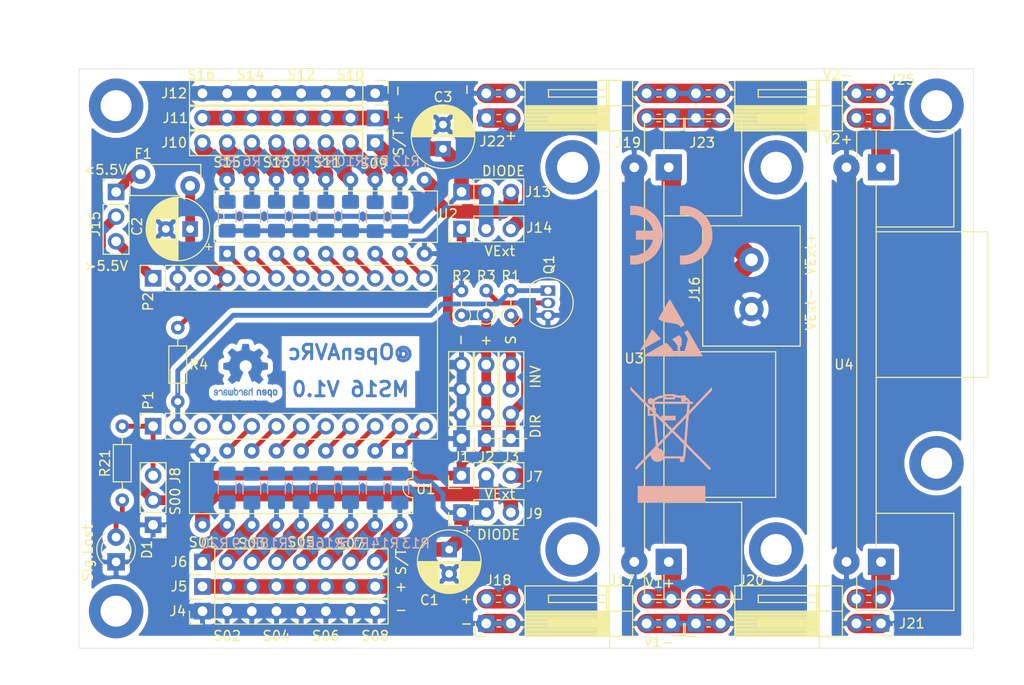
<source format=kicad_pcb>
(kicad_pcb (version 20171130) (host pcbnew "(5.1.5)-3")
  (title_block (title "MultiSwitch_Sw16 ProMicro") (date 2020-04-30) (rev V1.0) (company "By RC NAVY and Pierrotm777 © Team OpenAVRc"))
  (layers (0 F.Cu signal hide) (31 B.Cu signal) (34 B.Paste user hide) (35 F.Paste user hide) (36 B.SilkS user) (37 F.SilkS user hide) (38 B.Mask user hide) (39 F.Mask user hide) (44 Edge.Cuts user))
  (net 0 "")
  (net 1 GND)
  (net 2 /RAW)
  (net 3 "Net-(Q1-Pad2)")
  (net 4 /D9)
  (net 5 /D8)
  (net 6 /D7)
  (net 7 /D6)
  (net 8 /D5)
  (net 9 /D4)
  (net 10 /D3)
  (net 11 /D2)
  (net 12 "/D0(Rx)")
  (net 13 /D10)
  (net 14 /D11)
  (net 15 /D12)
  (net 16 /D13)
  (net 17 /A0)
  (net 18 /A1)
  (net 19 /A2)
  (net 20 /A3)
  (net 21 "Net-(J3-Pad1)")
  (net 22 "Net-(J3-Pad3)")
  (net 23 "Net-(J9-Pad3)")
  (net 24 "Net-(J13-Pad3)")
  (net 25 "Net-(C1-Pad1)")
  (net 26 /VCC)
  (net 27 "Net-(C3-Pad1)")
  (net 28 "Net-(D1-Pad2)")
  (net 29 "Net-(F1-Pad2)")
  (net 30 /+VRx)
  (net 31 "/D1(Tx)")
  (net 32 /+ExtV1_In)
  (net 33 /+ExtV1_Out)
  (net 34 GNDA)
  (net 35 GNDD)
  (net 36 /+ExtV2_in)
  (net 37 /+ExtV2_Out)
  (net 38 "Net-(J19-Pad1)")
  (net 39 /S08)
  (net 40 /S07)
  (net 41 /S06)
  (net 42 /S05)
  (net 43 /S04)
  (net 44 /S03)
  (net 45 /S02)
  (net 46 /S01)
  (net 47 /S09)
  (net 48 /S10)
  (net 49 /S11)
  (net 50 /S12)
  (net 51 /S13)
  (net 52 /S14)
  (net 53 /S15)
  (net 54 /S16)
  (net 55 /Power1)
  (net 56 /Power2)
  (module Symbol:WEEE-Logo_8.4x12mm_SilkScreen (layer B.Cu) (at 172.72 109.855 180)
    (fp_text reference REF** hide)
    (fp_text value WEEE-Logo_8.4x12mm_SilkScreen hide)
  )
  (module Symbol:OSHW-Logo2_7.3x6mm_Copper (layer B.Cu) (at 128.905 102.235 180)
    (fp_text reference REF** hide)
    (fp_text value OSHW-Logo2_7.3x6mm_Copper hide)
    (fp_poly (pts (xy 0.10391 2.757652) (xy 0.182454 2.757222) (xy 0.239298 2.756058) (xy 0.278105 2.753793) (xy 0.302538 2.75006) (xy 0.316262 2.744494) (xy 0.32294 2.736727) (xy 0.326236 2.726395) (xy 0.326556 2.725057) (xy 0.331562 2.700921) (xy 0.340829 2.653299) (xy 0.353392 2.587259) (xy 0.368287 2.507872) (xy 0.384551 2.420204) (xy 0.385119 2.417125) (xy 0.40141 2.331211) (xy 0.416652 2.255304) (xy 0.429861 2.193955) (xy 0.440054 2.151718) (xy 0.446248 2.133145) (xy 0.446543 2.132816) (xy 0.464788 2.123747) (xy 0.502405 2.108633) (xy 0.551271 2.090738) (xy 0.551543 2.090642) (xy 0.613093 2.067507) (xy 0.685657 2.038035) (xy 0.754057 2.008403) (xy 0.757294 2.006938) (xy 0.868702 1.956374) (xy 1.115399 2.12484) (xy 1.191077 2.176197) (xy 1.259631 2.222111) (xy 1.317088 2.25997) (xy 1.359476 2.287163) (xy 1.382825 2.301079) (xy 1.385042 2.302111) (xy 1.40201 2.297516) (xy 1.433701 2.275345) (xy 1.481352 2.234553) (xy 1.546198 2.174095) (xy 1.612397 2.109773) (xy 1.676214 2.046388) (xy 1.733329 1.988549) (xy 1.780305 1.939825) (xy 1.813703 1.90379) (xy 1.830085 1.884016) (xy 1.830694 1.882998) (xy 1.832505 1.869428) (xy 1.825683 1.847267) (xy 1.80854 1.813522) (xy 1.779393 1.7652) (xy 1.736555 1.699308) (xy 1.679448 1.614483) (xy 1.628766 1.539823) (xy 1.583461 1.47286) (xy 1.54615 1.417484) (xy 1.519452 1.37758) (xy 1.505985 1.357038) (xy 1.505137 1.355644) (xy 1.506781 1.335962) (xy 1.519245 1.297707) (xy 1.540048 1.248111) (xy 1.547462 1.232272) (xy 1.579814 1.16171) (xy 1.614328 1.081647) (xy 1.642365 1.012371) (xy 1.662568 0.960955) (xy 1.678615 0.921881) (xy 1.687888 0.901459) (xy 1.689041 0.899886) (xy 1.706096 0.897279) (xy 1.746298 0.890137) (xy 1.804302 0.879477) (xy 1.874763 0.866315) (xy 1.952335 0.851667) (xy 2.031672 0.836551) (xy 2.107431 0.821982) (xy 2.174264 0.808978) (xy 2.226828 0.798555) (xy 2.259776 0.79173) (xy 2.267857 0.789801) (xy 2.276205 0.785038) (xy 2.282506 0.774282) (xy 2.287045 0.753902) (xy 2.290104 0.720266) (xy 2.291967 0.669745) (xy 2.292918 0.598708) (xy 2.29324 0.503524) (xy 2.293257 0.464508) (xy 2.293257 0.147201) (xy 2.217057 0.132161) (xy 2.174663 0.124005) (xy 2.1114 0.112101) (xy 2.034962 0.097884) (xy 1.953043 0.08279) (xy 1.9304 0.078645) (xy 1.854806 0.063947) (xy 1.788953 0.049495) (xy 1.738366 0.036625) (xy 1.708574 0.026678) (xy 1.703612 0.023713) (xy 1.691426 0.002717) (xy 1.673953 -0.037967) (xy 1.654577 -0.090322) (xy 1.650734 -0.1016) (xy 1.625339 -0.171523) (xy 1.593817 -0.250418) (xy 1.562969 -0.321266) (xy 1.562817 -0.321595) (xy 1.511447 -0.432733) (xy 1.680399 -0.681253) (xy 1.849352 -0.929772) (xy 1.632429 -1.147058) (xy 1.566819 -1.211726) (xy 1.506979 -1.268733) (xy 1.456267 -1.315033) (xy 1.418046 -1.347584) (xy 1.395675 -1.363343) (xy 1.392466 -1.364343) (xy 1.373626 -1.356469) (xy 1.33518 -1.334578) (xy 1.28133 -1.301267) (xy 1.216276 -1.259131) (xy 1.14594 -1.211943) (xy 1.074555 -1.16381) (xy 1.010908 -1.121928) (xy 0.959041 -1.088871) (xy 0.922995 -1.067218) (xy 0.906867 -1.059543) (xy 0.887189 -1.066037) (xy 0.849875 -1.08315) (xy 0.802621 -1.107326) (xy 0.797612 -1.110013) (xy 0.733977 -1.141927) (xy 0.690341 -1.157579) (xy 0.663202 -1.157745) (xy 0.649057 -1.143204) (xy 0.648975 -1.143) (xy 0.641905 -1.125779) (xy 0.625042 -1.084899) (xy 0.599695 -1.023525) (xy 0.567171 -0.944819) (xy 0.528778 -0.851947) (xy 0.485822 -0.748072) (xy 0.444222 -0.647502) (xy 0.398504 -0.536516) (xy 0.356526 -0.433703) (xy 0.319548 -0.342215) (xy 0.288827 -0.265201) (xy 0.265622 -0.205815) (xy 0.25119 -0.167209) (xy 0.246743 -0.1528) (xy 0.257896 -0.136272) (xy 0.287069 -0.10993) (xy 0.325971 -0.080887) (xy 0.436757 0.010961) (xy 0.523351 0.116241) (xy 0.584716 0.232734) (xy 0.619815 0.358224) (xy 0.627608 0.490493) (xy 0.621943 0.551543) (xy 0.591078 0.678205) (xy 0.53792 0.790059) (xy 0.465767 0.885999) (xy 0.377917 0.964924) (xy 0.277665 1.02573) (xy 0.16831 1.067313) (xy 0.053147 1.088572) (xy -0.064525 1.088401) (xy -0.18141 1.065699) (xy -0.294211 1.019362) (xy -0.399631 0.948287) (xy -0.443632 0.908089) (xy -0.528021 0.804871) (xy -0.586778 0.692075) (xy -0.620296 0.57299) (xy -0.628965 0.450905) (xy -0.613177 0.329107) (xy -0.573322 0.210884) (xy -0.509793 0.099525) (xy -0.422979 -0.001684) (xy -0.325971 -0.080887) (xy -0.285563 -0.111162) (xy -0.257018 -0.137219) (xy -0.246743 -0.152825) (xy -0.252123 -0.169843) (xy -0.267425 -0.2105) (xy -0.291388 -0.271642) (xy -0.322756 -0.350119) (xy -0.360268 -0.44278) (xy -0.402667 -0.546472) (xy -0.444337 -0.647526) (xy -0.49031 -0.758607) (xy -0.532893 -0.861541) (xy -0.570779 -0.953165) (xy -0.60266 -1.030316) (xy -0.627229 -1.089831) (xy -0.64318 -1.128544) (xy -0.64909 -1.143) (xy -0.663052 -1.157685) (xy -0.69006 -1.157642) (xy -0.733587 -1.142099) (xy -0.79711 -1.110284) (xy -0.797612 -1.110013) (xy -0.84544 -1.085323) (xy -0.884103 -1.067338) (xy -0.905905 -1.059614) (xy -0.906867 -1.059543) (xy -0.923279 -1.067378) (xy -0.959513 -1.089165) (xy -1.011526 -1.122328) (xy -1.075275 -1.164291) (xy -1.14594 -1.211943) (xy -1.217884 -1.260191) (xy -1.282726 -1.302151) (xy -1.336265 -1.335227) (xy -1.374303 -1.356821) (xy -1.392467 -1.364343) (xy -1.409192 -1.354457) (xy -1.44282 -1.326826) (xy -1.48999 -1.284495) (xy -1.547342 -1.230505) (xy -1.611516 -1.167899) (xy -1.632503 -1.146983) (xy -1.849501 -0.929623) (xy -1.684332 -0.68722) (xy -1.634136 -0.612781) (xy -1.590081 -0.545972) (xy -1.554638 -0.490665) (xy -1.530281 -0.450729) (xy -1.519478 -0.430036) (xy -1.519162 -0.428563) (xy -1.524857 -0.409058) (xy -1.540174 -0.369822) (xy -1.562463 -0.31743) (xy -1.578107 -0.282355) (xy -1.607359 -0.215201) (xy -1.634906 -0.147358) (xy -1.656263 -0.090034) (xy -1.662065 -0.072572) (xy -1.678548 -0.025938) (xy -1.69466 0.010095) (xy -1.70351 0.023713) (xy -1.72304 0.032048) (xy -1.765666 0.043863) (xy -1.825855 0.057819) (xy -1.898078 0.072578) (xy -1.9304 0.078645) (xy -2.012478 0.093727) (xy -2.091205 0.108331) (xy -2.158891 0.12102) (xy -2.20784 0.130358) (xy -2.217057 0.132161) (xy -2.293257 0.147201) (xy -2.293257 0.464508) (xy -2.293086 0.568846) (xy -2.292384 0.647787) (xy -2.290866 0.704962) (xy -2.288251 0.744001) (xy -2.284254 0.768535) (xy -2.278591 0.782195) (xy -2.27098 0.788611) (xy -2.267857 0.789801) (xy -2.249022 0.79402) (xy -2.207412 0.802438) (xy -2.14837 0.814039) (xy -2.077243 0.827805) (xy -1.999375 0.84272) (xy -1.920113 0.857768) (xy -1.844802 0.871931) (xy -1.778787 0.884194) (xy -1.727413 0.893539) (xy -1.696025 0.89895) (xy -1.689041 0.899886) (xy -1.682715 0.912404) (xy -1.66871 0.945754) (xy -1.649645 0.993623) (xy -1.642366 1.012371) (xy -1.613004 1.084805) (xy -1.578429 1.16483) (xy -1.547463 1.232272) (xy -1.524677 1.283841) (xy -1.509518 1.326215) (xy -1.504458 1.352166) (xy -1.505264 1.355644) (xy -1.515959 1.372064) (xy -1.54038 1.408583) (xy -1.575905 1.461313) (xy -1.619913 1.526365) (xy -1.669783 1.599849) (xy -1.679644 1.614355) (xy -1.737508 1.700296) (xy -1.780044 1.765739) (xy -1.808946 1.813696) (xy -1.82591 1.84718) (xy -1.832633 1.869205) (xy -1.83081 1.882783) (xy -1.830764 1.882869) (xy -1.816414 1.900703) (xy -1.784677 1.935183) (xy -1.73899 1.982732) (xy -1.682796 2.039778) (xy -1.619532 2.102745) (xy -1.612398 2.109773) (xy -1.53267 2.18698) (xy -1.471143 2.24367) (xy -1.426579 2.28089) (xy -1.397743 2.299685) (xy -1.385042 2.302111) (xy -1.366506 2.291529) (xy -1.328039 2.267084) (xy -1.273614 2.231388) (xy -1.207202 2.187053) (xy -1.132775 2.136689) (xy -1.115399 2.12484) (xy -0.868703 1.956374) (xy -0.757294 2.006938) (xy -0.689543 2.036405) (xy -0.616817 2.066041) (xy -0.554297 2.08967) (xy -0.551543 2.090642) (xy -0.50264 2.108543) (xy -0.464943 2.12368) (xy -0.446575 2.13279) (xy -0.446544 2.132816) (xy -0.440715 2.149283) (xy -0.430808 2.189781) (xy -0.417805 2.249758) (xy -0.402691 2.32466) (xy -0.386448 2.409936) (xy -0.385119 2.417125) (xy -0.368825 2.504986) (xy -0.353867 2.58474) (xy -0.341209 2.651319) (xy -0.331814 2.699653) (xy -0.326646 2.724675) (xy -0.326556 2.725057) (xy -0.323411 2.735701) (xy -0.317296 2.743738) (xy -0.304547 2.749533) (xy -0.2815 2.753453) (xy -0.244491 2.755865) (xy -0.189856 2.757135) (xy -0.113933 2.757629) (xy -0.013056 2.757714) (xy 0 2.757714) (xy 0.10391 2.757652)) (layer B.Cu) (width 0.01))
    (fp_poly (pts (xy 3.153595 -1.966966) (xy 3.211021 -2.004497) (xy 3.238719 -2.038096) (xy 3.260662 -2.099064) (xy 3.262405 -2.147308) (xy 3.258457 -2.211816) (xy 3.109686 -2.276934) (xy 3.037349 -2.310202) (xy 2.990084 -2.336964) (xy 2.965507 -2.360144) (xy 2.961237 -2.382667) (xy 2.974889 -2.407455) (xy 2.989943 -2.423886) (xy 3.033746 -2.450235) (xy 3.081389 -2.452081) (xy 3.125145 -2.431546) (xy 3.157289 -2.390752) (xy 3.163038 -2.376347) (xy 3.190576 -2.331356) (xy 3.222258 -2.312182) (xy 3.265714 -2.295779) (xy 3.265714 -2.357966) (xy 3.261872 -2.400283) (xy 3.246823 -2.435969) (xy 3.21528 -2.476943) (xy 3.210592 -2.482267) (xy 3.175506 -2.51872) (xy 3.145347 -2.538283) (xy 3.107615 -2.547283) (xy 3.076335 -2.55023) (xy 3.020385 -2.550965) (xy 2.980555 -2.54166) (xy 2.955708 -2.527846) (xy 2.916656 -2.497467) (xy 2.889625 -2.464613) (xy 2.872517 -2.423294) (xy 2.863238 -2.367521) (xy 2.859693 -2.291305) (xy 2.85941 -2.252622) (xy 2.860372 -2.206247) (xy 2.948007 -2.206247) (xy 2.949023 -2.231126) (xy 2.951556 -2.2352) (xy 2.968274 -2.229665) (xy 3.004249 -2.215017) (xy 3.052331 -2.19419) (xy 3.062386 -2.189714) (xy 3.123152 -2.158814) (xy 3.156632 -2.131657) (xy 3.16399 -2.10622) (xy 3.146391 -2.080481) (xy 3.131856 -2.069109) (xy 3.07941 -2.046364) (xy 3.030322 -2.050122) (xy 2.989227 -2.077884) (xy 2.960758 -2.127152) (xy 2.951631 -2.166257) (xy 2.948007 -2.206247) (xy 2.860372 -2.206247) (xy 2.861285 -2.162249) (xy 2.868196 -2.095384) (xy 2.881884 -2.046695) (xy 2.904096 -2.010849) (xy 2.936574 -1.982513) (xy 2.950733 -1.973355) (xy 3.015053 -1.949507) (xy 3.085473 -1.948006) (xy 3.153595 -1.966966)) (layer B.Cu) (width 0.01))
    (fp_poly (pts (xy 2.6526 -1.958752) (xy 2.669948 -1.966334) (xy 2.711356 -1.999128) (xy 2.746765 -2.046547) (xy 2.768664 -2.097151) (xy 2.772229 -2.122098) (xy 2.760279 -2.156927) (xy 2.734067 -2.175357) (xy 2.705964 -2.186516) (xy 2.693095 -2.188572) (xy 2.686829 -2.173649) (xy 2.674456 -2.141175) (xy 2.669028 -2.126502) (xy 2.63859 -2.075744) (xy 2.59452 -2.050427) (xy 2.53801 -2.051206) (xy 2.533825 -2.052203) (xy 2.503655 -2.066507) (xy 2.481476 -2.094393) (xy 2.466327 -2.139287) (xy 2.45725 -2.204615) (xy 2.453286 -2.293804) (xy 2.452914 -2.341261) (xy 2.45273 -2.416071) (xy 2.451522 -2.467069) (xy 2.448309 -2.499471) (xy 2.442109 -2.518495) (xy 2.43194 -2.529356) (xy 2.416819 -2.537272) (xy 2.415946 -2.53767) (xy 2.386828 -2.549981) (xy 2.372403 -2.554514) (xy 2.370186 -2.540809) (xy 2.368289 -2.502925) (xy 2.366847 -2.445715) (xy 2.365998 -2.374027) (xy 2.365829 -2.321565) (xy 2.366692 -2.220047) (xy 2.37007 -2.143032) (xy 2.377142 -2.086023) (xy 2.389088 -2.044526) (xy 2.40709 -2.014043) (xy 2.432327 -1.99008) (xy 2.457247 -1.973355) (xy 2.517171 -1.951097) (xy 2.586911 -1.946076) (xy 2.6526 -1.958752)) (layer B.Cu) (width 0.01))
    (fp_poly (pts (xy 2.144876 -1.956335) (xy 2.186667 -1.975344) (xy 2.219469 -1.998378) (xy 2.243503 -2.024133) (xy 2.260097 -2.057358) (xy 2.270577 -2.1028) (xy 2.276271 -2.165207) (xy 2.278507 -2.249327) (xy 2.278743 -2.304721) (xy 2.278743 -2.520826) (xy 2.241774 -2.53767) (xy 2.212656 -2.549981) (xy 2.198231 -2.554514) (xy 2.195472 -2.541025) (xy 2.193282 -2.504653) (xy 2.191942 -2.451542) (xy 2.191657 -2.409372) (xy 2.190434 -2.348447) (xy 2.187136 -2.300115) (xy 2.182321 -2.270518) (xy 2.178496 -2.264229) (xy 2.152783 -2.270652) (xy 2.112418 -2.287125) (xy 2.065679 -2.309458) (xy 2.020845 -2.333457) (xy 1.986193 -2.35493) (xy 1.970002 -2.369685) (xy 1.969938 -2.369845) (xy 1.97133 -2.397152) (xy 1.983818 -2.423219) (xy 2.005743 -2.444392) (xy 2.037743 -2.451474) (xy 2.065092 -2.450649) (xy 2.103826 -2.450042) (xy 2.124158 -2.459116) (xy 2.136369 -2.483092) (xy 2.137909 -2.487613) (xy 2.143203 -2.521806) (xy 2.129047 -2.542568) (xy 2.092148 -2.552462) (xy 2.052289 -2.554292) (xy 1.980562 -2.540727) (xy 1.943432 -2.521355) (xy 1.897576 -2.475845) (xy 1.873256 -2.419983) (xy 1.871073 -2.360957) (xy 1.891629 -2.305953) (xy 1.922549 -2.271486) (xy 1.95342 -2.252189) (xy 2.001942 -2.227759) (xy 2.058485 -2.202985) (xy 2.06791 -2.199199) (xy 2.130019 -2.171791) (xy 2.165822 -2.147634) (xy 2.177337 -2.123619) (xy 2.16658 -2.096635) (xy 2.148114 -2.075543) (xy 2.104469 -2.049572) (xy 2.056446 -2.047624) (xy 2.012406 -2.067637) (xy 1.980709 -2.107551) (xy 1.976549 -2.117848) (xy 1.952327 -2.155724) (xy 1.916965 -2.183842) (xy 1.872343 -2.206917) (xy 1.872343 -2.141485) (xy 1.874969 -2.101506) (xy 1.88623 -2.069997) (xy 1.911199 -2.036378) (xy 1.935169 -2.010484) (xy 1.972441 -1.973817) (xy 2.001401 -1.954121) (xy 2.032505 -1.94622) (xy 2.067713 -1.944914) (xy 2.144876 -1.956335)) (layer B.Cu) (width 0.01))
    (fp_poly (pts (xy 1.779833 -1.958663) (xy 1.782048 -1.99685) (xy 1.783784 -2.054886) (xy 1.784899 -2.12818) (xy 1.785257 -2.205055) (xy 1.785257 -2.465196) (xy 1.739326 -2.511127) (xy 1.707675 -2.539429) (xy 1.67989 -2.550893) (xy 1.641915 -2.550168) (xy 1.62684 -2.548321) (xy 1.579726 -2.542948) (xy 1.540756 -2.539869) (xy 1.531257 -2.539585) (xy 1.499233 -2.541445) (xy 1.453432 -2.546114) (xy 1.435674 -2.548321) (xy 1.392057 -2.551735) (xy 1.362745 -2.54432) (xy 1.33368 -2.521427) (xy 1.323188 -2.511127) (xy 1.277257 -2.465196) (xy 1.277257 -1.978602) (xy 1.314226 -1.961758) (xy 1.346059 -1.949282) (xy 1.364683 -1.944914) (xy 1.369458 -1.958718) (xy 1.373921 -1.997286) (xy 1.377775 -2.056356) (xy 1.380722 -2.131663) (xy 1.382143 -2.195286) (xy 1.386114 -2.445657) (xy 1.420759 -2.450556) (xy 1.452268 -2.447131) (xy 1.467708 -2.436041) (xy 1.472023 -2.415308) (xy 1.475708 -2.371145) (xy 1.478469 -2.309146) (xy 1.480012 -2.234909) (xy 1.480235 -2.196706) (xy 1.480457 -1.976783) (xy 1.526166 -1.960849) (xy 1.558518 -1.950015) (xy 1.576115 -1.944962) (xy 1.576623 -1.944914) (xy 1.578388 -1.958648) (xy 1.580329 -1.99673) (xy 1.582282 -2.054482) (xy 1.584084 -2.127227) (xy 1.585343 -2.195286) (xy 1.589314 -2.445657) (xy 1.6764 -2.445657) (xy 1.680396 -2.21724) (xy 1.684392 -1.988822) (xy 1.726847 -1.966868) (xy 1.758192 -1.951793) (xy 1.776744 -1.944951) (xy 1.777279 -1.944914) (xy 1.779833 -1.958663)) (layer B.Cu) (width 0.01))
    (fp_poly (pts (xy 1.190117 -2.065358) (xy 1.189933 -2.173837) (xy 1.189219 -2.257287) (xy 1.187675 -2.319704) (xy 1.185001 -2.365085) (xy 1.180894 -2.397429) (xy 1.175055 -2.420733) (xy 1.167182 -2.438995) (xy 1.161221 -2.449418) (xy 1.111855 -2.505945) (xy 1.049264 -2.541377) (xy 0.980013 -2.55409) (xy 0.910668 -2.542463) (xy 0.869375 -2.521568) (xy 0.826025 -2.485422) (xy 0.796481 -2.441276) (xy 0.778655 -2.383462) (xy 0.770463 -2.306313) (xy 0.769302 -2.249714) (xy 0.769458 -2.245647) (xy 0.870857 -2.245647) (xy 0.871476 -2.31055) (xy 0.874314 -2.353514) (xy 0.88084 -2.381622) (xy 0.892523 -2.401953) (xy 0.906483 -2.417288) (xy 0.953365 -2.44689) (xy 1.003701 -2.449419) (xy 1.051276 -2.424705) (xy 1.054979 -2.421356) (xy 1.070783 -2.403935) (xy 1.080693 -2.383209) (xy 1.086058 -2.352362) (xy 1.088228 -2.304577) (xy 1.088571 -2.251748) (xy 1.087827 -2.185381) (xy 1.084748 -2.141106) (xy 1.078061 -2.112009) (xy 1.066496 -2.091173) (xy 1.057013 -2.080107) (xy 1.01296 -2.052198) (xy 0.962224 -2.048843) (xy 0.913796 -2.070159) (xy 0.90445 -2.078073) (xy 0.88854 -2.095647) (xy 0.87861 -2.116587) (xy 0.873278 -2.147782) (xy 0.871163 -2.196122) (xy 0.870857 -2.245647) (xy 0.769458 -2.245647) (xy 0.77281 -2.158568) (xy 0.784726 -2.090086) (xy 0.807135 -2.0386) (xy 0.842124 -1.998443) (xy 0.869375 -1.977861) (xy 0.918907 -1.955625) (xy 0.976316 -1.945304) (xy 1.029682 -1.948067) (xy 1.059543 -1.959212) (xy 1.071261 -1.962383) (xy 1.079037 -1.950557) (xy 1.084465 -1.918866) (xy 1.088571 -1.870593) (xy 1.093067 -1.816829) (xy 1.099313 -1.784482) (xy 1.110676 -1.765985) (xy 1.130528 -1.75377) (xy 1.143 -1.748362) (xy 1.190171 -1.728601) (xy 1.190117 -2.065358)) (layer B.Cu) (width 0.01))
    (fp_poly (pts (xy 0.529926 -1.949755) (xy 0.595858 -1.974084) (xy 0.649273 -2.017117) (xy 0.670164 -2.047409) (xy 0.692939 -2.102994) (xy 0.692466 -2.143186) (xy 0.668562 -2.170217) (xy 0.659717 -2.174813) (xy 0.62153 -2.189144) (xy 0.602028 -2.185472) (xy 0.595422 -2.161407) (xy 0.595086 -2.148114) (xy 0.582992 -2.09921) (xy 0.551471 -2.064999) (xy 0.507659 -2.048476) (xy 0.458695 -2.052634) (xy 0.418894 -2.074227) (xy 0.40545 -2.086544) (xy 0.395921 -2.101487) (xy 0.389485 -2.124075) (xy 0.385317 -2.159328) (xy 0.382597 -2.212266) (xy 0.380502 -2.287907) (xy 0.37996 -2.311857) (xy 0.377981 -2.39379) (xy 0.375731 -2.451455) (xy 0.372357 -2.489608) (xy 0.367006 -2.513004) (xy 0.358824 -2.526398) (xy 0.346959 -2.534545) (xy 0.339362 -2.538144) (xy 0.307102 -2.550452) (xy 0.288111 -2.554514) (xy 0.281836 -2.540948) (xy 0.278006 -2.499934) (xy 0.2766 -2.430999) (xy 0.277598 -2.333669) (xy 0.277908 -2.318657) (xy 0.280101 -2.229859) (xy 0.282693 -2.165019) (xy 0.286382 -2.119067) (xy 0.291864 -2.086935) (xy 0.299835 -2.063553) (xy 0.310993 -2.043852) (xy 0.31683 -2.03541) (xy 0.350296 -1.998057) (xy 0.387727 -1.969003) (xy 0.392309 -1.966467) (xy 0.459426 -1.946443) (xy 0.529926 -1.949755)) (layer B.Cu) (width 0.01))
    (fp_poly (pts (xy 0.039744 -1.950968) (xy 0.096616 -1.972087) (xy 0.097267 -1.972493) (xy 0.13244 -1.99838) (xy 0.158407 -2.028633) (xy 0.17667 -2.068058) (xy 0.188732 -2.121462) (xy 0.196096 -2.193651) (xy 0.200264 -2.289432) (xy 0.200629 -2.303078) (xy 0.205876 -2.508842) (xy 0.161716 -2.531678) (xy 0.129763 -2.54711) (xy 0.11047 -2.554423) (xy 0.109578 -2.554514) (xy 0.106239 -2.541022) (xy 0.103587 -2.504626) (xy 0.101956 -2.451452) (xy 0.1016 -2.408393) (xy 0.101592 -2.338641) (xy 0.098403 -2.294837) (xy 0.087288 -2.273944) (xy 0.063501 -2.272925) (xy 0.022296 -2.288741) (xy -0.039914 -2.317815) (xy -0.085659 -2.341963) (xy -0.109187 -2.362913) (xy -0.116104 -2.385747) (xy -0.116114 -2.386877) (xy -0.104701 -2.426212) (xy -0.070908 -2.447462) (xy -0.019191 -2.450539) (xy 0.018061 -2.450006) (xy 0.037703 -2.460735) (xy 0.049952 -2.486505) (xy 0.057002 -2.519337) (xy 0.046842 -2.537966) (xy 0.043017 -2.540632) (xy 0.007001 -2.55134) (xy -0.043434 -2.552856) (xy -0.095374 -2.545759) (xy -0.132178 -2.532788) (xy -0.183062 -2.489585) (xy -0.211986 -2.429446) (xy -0.217714 -2.382462) (xy -0.213343 -2.340082) (xy -0.197525 -2.305488) (xy -0.166203 -2.274763) (xy -0.115322 -2.24399) (xy -0.040824 -2.209252) (xy -0.036286 -2.207288) (xy 0.030821 -2.176287) (xy 0.072232 -2.150862) (xy 0.089981 -2.128014) (xy 0.086107 -2.104745) (xy 0.062643 -2.078056) (xy 0.055627 -2.071914) (xy 0.00863 -2.0481) (xy -0.040067 -2.049103) (xy -0.082478 -2.072451) (xy -0.110616 -2.115675) (xy -0.113231 -2.12416) (xy -0.138692 -2.165308) (xy -0.170999 -2.185128) (xy -0.217714 -2.20477) (xy -0.217714 -2.15395) (xy -0.203504 -2.080082) (xy -0.161325 -2.012327) (xy -0.139376 -1.989661) (xy -0.089483 -1.960569) (xy -0.026033 -1.9474) (xy 0.039744 -1.950968)) (layer B.Cu) (width 0.01))
    (fp_poly (pts (xy -0.624114 -1.851289) (xy -0.619861 -1.910613) (xy -0.614975 -1.945572) (xy -0.608205 -1.96082) (xy -0.598298 -1.961015) (xy -0.595086 -1.959195) (xy -0.552356 -1.946015) (xy -0.496773 -1.946785) (xy -0.440263 -1.960333) (xy -0.404918 -1.977861) (xy -0.368679 -2.005861) (xy -0.342187 -2.037549) (xy -0.324001 -2.077813) (xy -0.312678 -2.131543) (xy -0.306778 -2.203626) (xy -0.304857 -2.298951) (xy -0.304823 -2.317237) (xy -0.3048 -2.522646) (xy -0.350509 -2.53858) (xy -0.382973 -2.54942) (xy -0.400785 -2.554468) (xy -0.401309 -2.554514) (xy -0.403063 -2.540828) (xy -0.404556 -2.503076) (xy -0.405674 -2.446224) (xy -0.406303 -2.375234) (xy -0.4064 -2.332073) (xy -0.406602 -2.246973) (xy -0.407642 -2.185981) (xy -0.410169 -2.144177) (xy -0.414836 -2.116642) (xy -0.422293 -2.098456) (xy -0.433189 -2.084698) (xy -0.439993 -2.078073) (xy -0.486728 -2.051375) (xy -0.537728 -2.049375) (xy -0.583999 -2.071955) (xy -0.592556 -2.080107) (xy -0.605107 -2.095436) (xy -0.613812 -2.113618) (xy -0.619369 -2.139909) (xy -0.622474 -2.179562) (xy -0.623824 -2.237832) (xy -0.624114 -2.318173) (xy -0.624114 -2.522646) (xy -0.669823 -2.53858) (xy -0.702287 -2.54942) (xy -0.720099 -2.554468) (xy -0.720623 -2.554514) (xy -0.721963 -2.540623) (xy -0.723172 -2.501439) (xy -0.724199 -2.4407) (xy -0.724998 -2.362141) (xy -0.725519 -2.269498) (xy -0.725714 -2.166509) (xy -0.725714 -1.769342) (xy -0.678543 -1.749444) (xy -0.631371 -1.729547) (xy -0.624114 -1.851289)) (layer B.Cu) (width 0.01))
    (fp_poly (pts (xy -1.831697 -1.931239) (xy -1.774473 -1.969735) (xy -1.730251 -2.025335) (xy -1.703833 -2.096086) (xy -1.69849 -2.148162) (xy -1.699097 -2.169893) (xy -1.704178 -2.186531) (xy -1.718145 -2.201437) (xy -1.745411 -2.217973) (xy -1.790388 -2.239498) (xy -1.857489 -2.269374) (xy -1.857829 -2.269524) (xy -1.919593 -2.297813) (xy -1.970241 -2.322933) (xy -2.004596 -2.342179) (xy -2.017482 -2.352848) (xy -2.017486 -2.352934) (xy -2.006128 -2.376166) (xy -1.979569 -2.401774) (xy -1.949077 -2.420221) (xy -1.93363 -2.423886) (xy -1.891485 -2.411212) (xy -1.855192 -2.379471) (xy -1.837483 -2.344572) (xy -1.820448 -2.318845) (xy -1.787078 -2.289546) (xy -1.747851 -2.264235) (xy -1.713244 -2.250471) (xy -1.706007 -2.249714) (xy -1.697861 -2.26216) (xy -1.69737 -2.293972) (xy -1.703357 -2.336866) (xy -1.714643 -2.382558) (xy -1.73005 -2.422761) (xy -1.730829 -2.424322) (xy -1.777196 -2.489062) (xy -1.837289 -2.533097) (xy -1.905535 -2.554711) (xy -1.976362 -2.552185) (xy -2.044196 -2.523804) (xy -2.047212 -2.521808) (xy -2.100573 -2.473448) (xy -2.13566 -2.410352) (xy -2.155078 -2.327387) (xy -2.157684 -2.304078) (xy -2.162299 -2.194055) (xy -2.156767 -2.142748) (xy -2.017486 -2.142748) (xy -2.015676 -2.174753) (xy -2.005778 -2.184093) (xy -1.981102 -2.177105) (xy -1.942205 -2.160587) (xy -1.898725 -2.139881) (xy -1.897644 -2.139333) (xy -1.860791 -2.119949) (xy -1.846 -2.107013) (xy -1.849647 -2.093451) (xy -1.865005 -2.075632) (xy -1.904077 -2.049845) (xy -1.946154 -2.04795) (xy -1.983897 -2.066717) (xy -2.009966 -2.102915) (xy -2.017486 -2.142748) (xy -2.156767 -2.142748) (xy -2.152806 -2.106027) (xy -2.12845 -2.036212) (xy -2.094544 -1.987302) (xy -2.033347 -1.937878) (xy -1.965937 -1.913359) (xy -1.89712 -1.911797) (xy -1.831697 -1.931239)) (layer B.Cu) (width 0.01))
    (fp_poly (pts (xy -2.958885 -1.921962) (xy -2.890855 -1.957733) (xy -2.840649 -2.015301) (xy -2.822815 -2.052312) (xy -2.808937 -2.107882) (xy -2.801833 -2.178096) (xy -2.80116 -2.254727) (xy -2.806573 -2.329552) (xy -2.81773 -2.394342) (xy -2.834286 -2.440873) (xy -2.839374 -2.448887) (xy -2.899645 -2.508707) (xy -2.971231 -2.544535) (xy -3.048908 -2.55502) (xy -3.127452 -2.53881) (xy -3.149311 -2.529092) (xy -3.191878 -2.499143) (xy -3.229237 -2.459433) (xy -3.232768 -2.454397) (xy -3.247119 -2.430124) (xy -3.256606 -2.404178) (xy -3.26221 -2.370022) (xy -3.264914 -2.321119) (xy -3.265701 -2.250935) (xy -3.265714 -2.2352) (xy -3.265678 -2.230192) (xy -3.120571 -2.230192) (xy -3.119727 -2.29643) (xy -3.116404 -2.340386) (xy -3.109417 -2.368779) (xy -3.097584 -2.388325) (xy -3.091543 -2.394857) (xy -3.056814 -2.41968) (xy -3.023097 -2.418548) (xy -2.989005 -2.397016) (xy -2.968671 -2.374029) (xy -2.956629 -2.340478) (xy -2.949866 -2.287569) (xy -2.949402 -2.281399) (xy -2.948248 -2.185513) (xy -2.960312 -2.114299) (xy -2.98543 -2.068194) (xy -3.02344 -2.047635) (xy -3.037008 -2.046514) (xy -3.072636 -2.052152) (xy -3.097006 -2.071686) (xy -3.111907 -2.109042) (xy -3.119125 -2.16815) (xy -3.120571 -2.230192) (xy -3.265678 -2.230192) (xy -3.265174 -2.160413) (xy -3.262904 -2.108159) (xy -3.257932 -2.071949) (xy -3.249287 -2.045299) (xy -3.235995 -2.021722) (xy -3.233057 -2.017338) (xy -3.183687 -1.958249) (xy -3.129891 -1.923947) (xy -3.064398 -1.910331) (xy -3.042158 -1.909665) (xy -2.958885 -1.921962)) (layer B.Cu) (width 0.01))
    (fp_poly (pts (xy -1.283907 -1.92778) (xy -1.237328 -1.954723) (xy -1.204943 -1.981466) (xy -1.181258 -2.009484) (xy -1.164941 -2.043748) (xy -1.154661 -2.089227) (xy -1.149086 -2.150892) (xy -1.146884 -2.233711) (xy -1.146629 -2.293246) (xy -1.146629 -2.512391) (xy -1.208314 -2.540044) (xy -1.27 -2.567697) (xy -1.277257 -2.32767) (xy -1.280256 -2.238028) (xy -1.283402 -2.172962) (xy -1.287299 -2.128026) (xy -1.292553 -2.09877) (xy -1.299769 -2.080748) (xy -1.30955 -2.069511) (xy -1.312688 -2.067079) (xy -1.360239 -2.048083) (xy -1.408303 -2.0556) (xy -1.436914 -2.075543) (xy -1.448553 -2.089675) (xy -1.456609 -2.10822) (xy -1.461729 -2.136334) (xy -1.464559 -2.179173) (xy -1.465744 -2.241895) (xy -1.465943 -2.307261) (xy -1.465982 -2.389268) (xy -1.467386 -2.447316) (xy -1.472086 -2.486465) (xy -1.482013 -2.51178) (xy -1.499097 -2.528323) (xy -1.525268 -2.541156) (xy -1.560225 -2.554491) (xy -1.598404 -2.569007) (xy -1.593859 -2.311389) (xy -1.592029 -2.218519) (xy -1.589888 -2.149889) (xy -1.586819 -2.100711) (xy -1.582206 -2.066198) (xy -1.575432 -2.041562) (xy -1.565881 -2.022016) (xy -1.554366 -2.00477) (xy -1.49881 -1.94968) (xy -1.43102 -1.917822) (xy -1.357287 -1.910191) (xy -1.283907 -1.92778)) (layer B.Cu) (width 0.01))
    (fp_poly (pts (xy -2.400256 -1.919918) (xy -2.344799 -1.947568) (xy -2.295852 -1.99848) (xy -2.282371 -2.017338) (xy -2.267686 -2.042015) (xy -2.258158 -2.068816) (xy -2.252707 -2.104587) (xy -2.250253 -2.156169) (xy -2.249714 -2.224267) (xy -2.252148 -2.317588) (xy -2.260606 -2.387657) (xy -2.276826 -2.439931) (xy -2.302546 -2.479869) (xy -2.339503 -2.512929) (xy -2.342218 -2.514886) (xy -2.37864 -2.534908) (xy -2.422498 -2.544815) (xy -2.478276 -2.547257) (xy -2.568952 -2.547257) (xy -2.56899 -2.635283) (xy -2.569834 -2.684308) (xy -2.574976 -2.713065) (xy -2.588413 -2.730311) (xy -2.614142 -2.744808) (xy -2.620321 -2.747769) (xy -2.649236 -2.761648) (xy -2.671624 -2.770414) (xy -2.688271 -2.771171) (xy -2.699964 -2.761023) (xy -2.70749 -2.737073) (xy -2.711634 -2.696426) (xy -2.713185 -2.636186) (xy -2.712929 -2.553455) (xy -2.711651 -2.445339) (xy -2.711252 -2.413) (xy -2.709815 -2.301524) (xy -2.708528 -2.228603) (xy -2.569029 -2.228603) (xy -2.568245 -2.290499) (xy -2.56476 -2.330997) (xy -2.556876 -2.357708) (xy -2.542895 -2.378244) (xy -2.533403 -2.38826) (xy -2.494596 -2.417567) (xy -2.460237 -2.419952) (xy -2.424784 -2.39575) (xy -2.423886 -2.394857) (xy -2.409461 -2.376153) (xy -2.400687 -2.350732) (xy -2.396261 -2.311584) (xy -2.394882 -2.251697) (xy -2.394857 -2.23843) (xy -2.398188 -2.155901) (xy -2.409031 -2.098691) (xy -2.42866 -2.063766) (xy -2.45835 -2.048094) (xy -2.475509 -2.046514) (xy -2.516234 -2.053926) (xy -2.544168 -2.07833) (xy -2.560983 -2.12298) (xy -2.56835 -2.19113) (xy -2.569029 -2.228603) (xy -2.708528 -2.228603) (xy -2.708292 -2.215245) (xy -2.706323 -2.150333) (xy -2.70355 -2.102958) (xy -2.699612 -2.06929) (xy -2.694151 -2.045498) (xy -2.686808 -2.027753) (xy -2.677223 -2.012224) (xy -2.673113 -2.006381) (xy -2.618595 -1.951185) (xy -2.549664 -1.91989) (xy -2.469928 -1.911165) (xy -2.400256 -1.919918)) (layer B.Cu) (width 0.01))
  )
  (module Symbol:ESD-Logo_6.6x6mm_SilkScreen (layer B.Cu) (at 172.72 97.79 180)
    (fp_text reference REF** hide)
    (fp_text value ESD-Logo_6.6x6mm_SilkScreen hide)
  )
  (module Symbol:CE-Logo_8.5x6mm_SilkScreen (layer B.Cu) (at 172.72 88.265 180)
    (fp_text reference REF** hide)
    (fp_text value CE-Logo_8.5x6mm_SilkScreen hide)
  )
  (module MountingHole:MountingHole_3.2mm_M3_DIN965_Pad (layer F.Cu) (at 200.025 74.93)
    (fp_text reference REF** hide)
    (fp_text value MountingHole_3.2mm_M3_DIN965_Pad hide)
    (pad 1 thru_hole circle (at 0 0) (size 5.6 5.6) (drill 3.2) (layers *.Cu *.Mask))
  )
  (module Connector_PinHeader_2.54mm:PinHeader_1x08_P2.54mm_Vertical (layer F.Cu) (at 124.46 127 90)
    (fp_text reference J4 (at 0 -2.54 180) (layer F.SilkS))
    (fp_text value X01--X08-)
    (pad 1 thru_hole rect (at 0 0 90) (size 1.7 1.7) (drill 1) (layers *.Cu *.Mask) (net 1 GND))
    (pad 2 thru_hole oval (at 0 2.54 90) (size 1.7 1.7) (drill 1) (layers *.Cu *.Mask) (net 1 GND))
    (pad 3 thru_hole oval (at 0 5.08 90) (size 1.7 1.7) (drill 1) (layers *.Cu *.Mask) (net 1 GND))
    (pad 4 thru_hole oval (at 0 7.62 90) (size 1.7 1.7) (drill 1) (layers *.Cu *.Mask) (net 1 GND))
    (pad 5 thru_hole oval (at 0 10.16 90) (size 1.7 1.7) (drill 1) (layers *.Cu *.Mask) (net 1 GND))
    (pad 6 thru_hole oval (at 0 12.7 90) (size 1.7 1.7) (drill 1) (layers *.Cu *.Mask) (net 1 GND))
    (pad 7 thru_hole oval (at 0 15.24 90) (size 1.7 1.7) (drill 1) (layers *.Cu *.Mask) (net 1 GND))
    (pad 8 thru_hole oval (at 0 17.78 90) (size 1.7 1.7) (drill 1) (layers *.Cu *.Mask) (net 1 GND))
  )
  (module Connector_PinHeader_2.54mm:PinHeader_1x08_P2.54mm_Vertical (layer F.Cu) (at 124.46 124.46 90)
    (fp_text reference J5 (at 0 -2.413 180) (layer F.SilkS))
    (fp_text value X01+-X08+)
    (pad 1 thru_hole rect (at 0 0 90) (size 1.7 1.7) (drill 1) (layers *.Cu *.Mask) (net 25 "Net-(C1-Pad1)"))
    (pad 2 thru_hole oval (at 0 2.54 90) (size 1.7 1.7) (drill 1) (layers *.Cu *.Mask) (net 25 "Net-(C1-Pad1)"))
    (pad 3 thru_hole oval (at 0 5.08 90) (size 1.7 1.7) (drill 1) (layers *.Cu *.Mask) (net 25 "Net-(C1-Pad1)"))
    (pad 4 thru_hole oval (at 0 7.62 90) (size 1.7 1.7) (drill 1) (layers *.Cu *.Mask) (net 25 "Net-(C1-Pad1)"))
    (pad 5 thru_hole oval (at 0 10.16 90) (size 1.7 1.7) (drill 1) (layers *.Cu *.Mask) (net 25 "Net-(C1-Pad1)"))
    (pad 6 thru_hole oval (at 0 12.7 90) (size 1.7 1.7) (drill 1) (layers *.Cu *.Mask) (net 25 "Net-(C1-Pad1)"))
    (pad 7 thru_hole oval (at 0 15.24 90) (size 1.7 1.7) (drill 1) (layers *.Cu *.Mask) (net 25 "Net-(C1-Pad1)"))
    (pad 8 thru_hole oval (at 0 17.78 90) (size 1.7 1.7) (drill 1) (layers *.Cu *.Mask) (net 25 "Net-(C1-Pad1)"))
  )
  (module MultiSwitch_Sw16_ProMicro_Lib:LM2596_DC-DC_B (layer F.Cu) (at 194.31 121.92 90)
    (fp_text reference U4 (at 20.32 -3.81) (layer F.SilkS))
    (fp_text value LM2596_DC-DC)
    (pad 1 thru_hole rect (at 0 0 90) (size 2.7 2.7) (drill 1) (layers *.Cu *.Mask) (net 56 /Power2))
    (pad 2 thru_hole oval (at 0 -3.556 90) (size 2.7 2.7) (drill 1) (layers *.Cu *.Mask) (net 35 GNDD))
    (pad 3 thru_hole rect (at 40.64 0 90) (size 2.7 2.7) (drill 1) (layers *.Cu *.Mask) (net 37 /+ExtV2_Out))
    (pad 4 thru_hole oval (at 40.64 -3.556 90) (size 2.7 2.7) (drill 1) (layers *.Cu *.Mask) (net 35 GNDD))
  )
  (module MultiSwitch_Sw16_ProMicro_Lib:LM2596_DC-DC (layer F.Cu) (at 172.466 81.28 270)
    (fp_text reference U3 (at 19.685 3.556) (layer F.SilkS))
    (fp_text value LM2596_DC-DC)
    (pad 1 thru_hole rect (at 0 0 270) (size 2.7 2.7) (drill 1) (layers *.Cu *.Mask) (net 55 /Power1))
    (pad 2 thru_hole oval (at 0 3.556 270) (size 2.7 2.7) (drill 1) (layers *.Cu *.Mask) (net 34 GNDA))
    (pad 3 thru_hole rect (at 40.64 0 270) (size 2.7 2.7) (drill 1) (layers *.Cu *.Mask) (net 33 /+ExtV1_Out))
    (pad 4 thru_hole oval (at 40.64 3.556 270) (size 2.7 2.7) (drill 1) (layers *.Cu *.Mask) (net 34 GNDA))
  )
  (module MountingHole:MountingHole_3.2mm_M3_DIN965_Pad (layer F.Cu) (at 200.025 111.76)
    (fp_text reference REF** hide)
    (fp_text value MountingHole_3.2mm_M3_DIN965_Pad hide)
    (pad 1 thru_hole circle (at 0 0) (size 5.6 5.6) (drill 3.2) (layers *.Cu *.Mask))
  )
  (module MountingHole:MountingHole_3.2mm_M3_DIN965_Pad (layer F.Cu) (at 183.515 120.65)
    (fp_text reference REF** hide)
    (fp_text value MountingHole_3.2mm_M3_DIN965_Pad hide)
    (pad 1 thru_hole circle (at 0 0) (size 5.6 5.6) (drill 3.2) (layers *.Cu *.Mask))
  )
  (module MountingHole:MountingHole_3.2mm_M3_DIN965_Pad (layer F.Cu) (at 183.515 81.28)
    (fp_text reference REF** hide)
    (fp_text value MountingHole_3.2mm_M3_DIN965_Pad hide)
    (pad 1 thru_hole circle (at 0 0) (size 5.6 5.6) (drill 3.2) (layers *.Cu *.Mask))
  )
  (module Connector_PinSocket_2.54mm:PinSocket_2x02_P2.54mm_Horizontal (layer F.Cu) (at 153.67 76.2 180)
    (fp_text reference J22 (at -0.635 -2.413) (layer F.SilkS))
    (fp_text value +Ext2_In)
    (pad 1 thru_hole rect (at 0 0 180) (size 1.7 1.7) (drill 1) (layers *.Cu *.Mask) (net 36 /+ExtV2_in))
    (pad 2 thru_hole oval (at -2.54 0 180) (size 1.7 1.7) (drill 1) (layers *.Cu *.Mask) (net 36 /+ExtV2_in))
    (pad 3 thru_hole oval (at 0 2.54 180) (size 1.7 1.7) (drill 1) (layers *.Cu *.Mask) (net 1 GND))
    (pad 4 thru_hole oval (at -2.54 2.54 180) (size 1.7 1.7) (drill 1) (layers *.Cu *.Mask) (net 1 GND))
  )
  (module MountingHole:MountingHole_3.2mm_M3_DIN965_Pad (layer F.Cu) (at 162.56 81.28)
    (fp_text reference REF** hide)
    (fp_text value MountingHole_3.2mm_M3_DIN965_Pad hide)
    (pad 1 thru_hole circle (at 0 0) (size 5.6 5.6) (drill 3.2) (layers *.Cu *.Mask))
  )
  (module MountingHole:MountingHole_3.2mm_M3_DIN965_Pad (layer F.Cu) (at 162.56 120.65)
    (fp_text reference REF** hide)
    (fp_text value MountingHole_3.2mm_M3_DIN965_Pad hide)
    (pad 1 thru_hole circle (at 0 0) (size 5.6 5.6) (drill 3.2) (layers *.Cu *.Mask))
  )
  (module MountingHole:MountingHole_3.2mm_M3_DIN965_Pad (layer F.Cu) (at 115.57 127)
    (fp_text reference REF** hide)
    (fp_text value MountingHole_3.2mm_M3_DIN965_Pad hide)
    (pad 1 thru_hole circle (at 0 0) (size 5.6 5.6) (drill 3.2) (layers *.Cu *.Mask))
  )
  (module Connector_PinSocket_2.54mm:PinSocket_2x02_P2.54mm_Horizontal (layer F.Cu) (at 175.26 76.2 180)
    (fp_text reference J23 (at -0.635 -2.54) (layer F.SilkS))
    (fp_text value GND)
    (pad 1 thru_hole rect (at 0 0 180) (size 1.7 1.7) (drill 1) (layers *.Cu *.Mask) (net 38 "Net-(J19-Pad1)"))
    (pad 2 thru_hole oval (at -2.54 0 180) (size 1.7 1.7) (drill 1) (layers *.Cu *.Mask) (net 38 "Net-(J19-Pad1)"))
    (pad 3 thru_hole oval (at 0 2.54 180) (size 1.7 1.7) (drill 1) (layers *.Cu *.Mask) (net 34 GNDA))
    (pad 4 thru_hole oval (at -2.54 2.54 180) (size 1.7 1.7) (drill 1) (layers *.Cu *.Mask) (net 34 GNDA))
  )
  (module MountingHole:MountingHole_3.2mm_M3_DIN965_Pad (layer F.Cu) (at 115.57 74.93)
    (fp_text reference REF** hide)
    (fp_text value MountingHole_3.2mm_M3_DIN965_Pad hide)
    (pad 1 thru_hole circle (at 0 0) (size 5.6 5.6) (drill 3.2) (layers *.Cu *.Mask))
  )
  (module MultiSwitch_Sw16_ProMicro_Lib:Phoenix_1988105 (layer F.Cu) (at 180.975 90.805)
    (fp_text reference J16 (at -5.842 3.048 270) (layer F.SilkS))
    (fp_text value Power)
    (pad 2 thru_hole circle (at 0 5.08) (size 2.5 2.5) (drill 1.3) (layers *.Cu *.Mask) (net 34 GNDA))
    (pad 1 thru_hole circle (at 0 0) (size 2.5 2.5) (drill 1.3) (layers *.Cu *.Mask) (net 55 /Power1))
  )
  (module Connector_PinSocket_2.54mm:PinSocket_1x12_P2.54mm_Vertical (layer F.Cu) (at 119.38 92.71 90)
    (fp_text reference P2 (at -2.413 -0.508 270) (layer F.SilkS))
    (fp_text value Analog)
    (pad 12 thru_hole oval (at 0 27.94 90) (size 1.7 1.7) (drill 1) (layers *.Cu *.Mask) (net 13 /D10))
    (pad 11 thru_hole oval (at 0 25.4 90) (size 1.7 1.7) (drill 1) (layers *.Cu *.Mask) (net 14 /D11))
    (pad 10 thru_hole oval (at 0 22.86 90) (size 1.7 1.7) (drill 1) (layers *.Cu *.Mask) (net 15 /D12))
    (pad 9 thru_hole oval (at 0 20.32 90) (size 1.7 1.7) (drill 1) (layers *.Cu *.Mask) (net 16 /D13))
    (pad 8 thru_hole oval (at 0 17.78 90) (size 1.7 1.7) (drill 1) (layers *.Cu *.Mask) (net 17 /A0))
    (pad 7 thru_hole oval (at 0 15.24 90) (size 1.7 1.7) (drill 1) (layers *.Cu *.Mask) (net 18 /A1))
    (pad 6 thru_hole oval (at 0 12.7 90) (size 1.7 1.7) (drill 1) (layers *.Cu *.Mask) (net 19 /A2))
    (pad 5 thru_hole oval (at 0 10.16 90) (size 1.7 1.7) (drill 1) (layers *.Cu *.Mask) (net 20 /A3))
    (pad 4 thru_hole oval (at 0 7.62 90) (size 1.7 1.7) (drill 1) (layers *.Cu *.Mask) (net 26 /VCC))
    (pad 3 thru_hole oval (at 0 5.08 90) (size 1.7 1.7) (drill 1) (layers *.Cu *.Mask))
    (pad 2 thru_hole oval (at 0 2.54 90) (size 1.7 1.7) (drill 1) (layers *.Cu *.Mask) (net 1 GND))
    (pad 1 thru_hole rect (at 0 0 90) (size 1.7 1.7) (drill 1) (layers *.Cu *.Mask) (net 2 /RAW))
  )
  (module Connector_PinSocket_2.54mm:PinSocket_1x12_P2.54mm_Vertical (layer F.Cu) (at 119.38 107.95 90)
    (fp_text reference P1 (at 2.667 -0.508 270) (layer F.SilkS))
    (fp_text value Digital)
    (pad 12 thru_hole oval (at 0 27.94 90) (size 1.7 1.7) (drill 1) (layers *.Cu *.Mask) (net 4 /D9))
    (pad 11 thru_hole oval (at 0 25.4 90) (size 1.7 1.7) (drill 1) (layers *.Cu *.Mask) (net 5 /D8))
    (pad 10 thru_hole oval (at 0 22.86 90) (size 1.7 1.7) (drill 1) (layers *.Cu *.Mask) (net 6 /D7))
    (pad 9 thru_hole oval (at 0 20.32 90) (size 1.7 1.7) (drill 1) (layers *.Cu *.Mask) (net 7 /D6))
    (pad 8 thru_hole oval (at 0 17.78 90) (size 1.7 1.7) (drill 1) (layers *.Cu *.Mask) (net 8 /D5))
    (pad 7 thru_hole oval (at 0 15.24 90) (size 1.7 1.7) (drill 1) (layers *.Cu *.Mask) (net 9 /D4))
    (pad 6 thru_hole oval (at 0 12.7 90) (size 1.7 1.7) (drill 1) (layers *.Cu *.Mask) (net 10 /D3))
    (pad 5 thru_hole oval (at 0 10.16 90) (size 1.7 1.7) (drill 1) (layers *.Cu *.Mask) (net 11 /D2))
    (pad 4 thru_hole oval (at 0 7.62 90) (size 1.7 1.7) (drill 1) (layers *.Cu *.Mask) (net 1 GND))
    (pad 3 thru_hole oval (at 0 5.08 90) (size 1.7 1.7) (drill 1) (layers *.Cu *.Mask))
    (pad 2 thru_hole oval (at 0 2.54 90) (size 1.7 1.7) (drill 1) (layers *.Cu *.Mask) (net 12 "/D0(Rx)"))
    (pad 1 thru_hole rect (at 0 0 90) (size 1.7 1.7) (drill 1) (layers *.Cu *.Mask) (net 31 "/D1(Tx)"))
  )
  (module Package_TO_SOT_THT:TO-92_Inline (layer F.Cu) (at 160.02 93.98 270)
    (fp_text reference Q1 (at -2.667 -0.127 90) (layer F.SilkS))
    (fp_text value BC337)
    (pad 2 thru_hole oval (at 1.27 0 270) (size 1.05 1.5) (drill 0.75) (layers *.Cu *.Mask) (net 3 "Net-(Q1-Pad2)"))
    (pad 3 thru_hole oval (at 2.54 0 270) (size 1.05 1.5) (drill 0.75) (layers *.Cu *.Mask) (net 1 GND))
    (pad 1 thru_hole rect (at 0 0 270) (size 1.05 1.5) (drill 0.75) (layers *.Cu *.Mask) (net 12 "/D0(Rx)"))
  )
  (module Package_DIP:DIP-18_W7.62mm (layer F.Cu) (at 144.78 110.49 270)
    (fp_text reference U1 (at 3.937 -2.667 180) (layer F.SilkS))
    (fp_text value ULN2803A)
    (pad 1 thru_hole rect (at 0 0 270) (size 1.6 1.6) (drill 0.8) (layers *.Cu *.Mask) (net 4 /D9))
    (pad 10 thru_hole oval (at 7.62 20.32 270) (size 1.6 1.6) (drill 0.8) (layers *.Cu *.Mask) (net 23 "Net-(J9-Pad3)"))
    (pad 2 thru_hole oval (at 0 2.54 270) (size 1.6 1.6) (drill 0.8) (layers *.Cu *.Mask) (net 5 /D8))
    (pad 11 thru_hole oval (at 7.62 17.78 270) (size 1.6 1.6) (drill 0.8) (layers *.Cu *.Mask) (net 46 /S01))
    (pad 3 thru_hole oval (at 0 5.08 270) (size 1.6 1.6) (drill 0.8) (layers *.Cu *.Mask) (net 6 /D7))
    (pad 12 thru_hole oval (at 7.62 15.24 270) (size 1.6 1.6) (drill 0.8) (layers *.Cu *.Mask) (net 45 /S02))
    (pad 4 thru_hole oval (at 0 7.62 270) (size 1.6 1.6) (drill 0.8) (layers *.Cu *.Mask) (net 7 /D6))
    (pad 13 thru_hole oval (at 7.62 12.7 270) (size 1.6 1.6) (drill 0.8) (layers *.Cu *.Mask) (net 44 /S03))
    (pad 5 thru_hole oval (at 0 10.16 270) (size 1.6 1.6) (drill 0.8) (layers *.Cu *.Mask) (net 8 /D5))
    (pad 14 thru_hole oval (at 7.62 10.16 270) (size 1.6 1.6) (drill 0.8) (layers *.Cu *.Mask) (net 43 /S04))
    (pad 6 thru_hole oval (at 0 12.7 270) (size 1.6 1.6) (drill 0.8) (layers *.Cu *.Mask) (net 9 /D4))
    (pad 15 thru_hole oval (at 7.62 7.62 270) (size 1.6 1.6) (drill 0.8) (layers *.Cu *.Mask) (net 42 /S05))
    (pad 7 thru_hole oval (at 0 15.24 270) (size 1.6 1.6) (drill 0.8) (layers *.Cu *.Mask) (net 10 /D3))
    (pad 16 thru_hole oval (at 7.62 5.08 270) (size 1.6 1.6) (drill 0.8) (layers *.Cu *.Mask) (net 41 /S06))
    (pad 8 thru_hole oval (at 0 17.78 270) (size 1.6 1.6) (drill 0.8) (layers *.Cu *.Mask) (net 11 /D2))
    (pad 17 thru_hole oval (at 7.62 2.54 270) (size 1.6 1.6) (drill 0.8) (layers *.Cu *.Mask) (net 40 /S07))
    (pad 9 thru_hole oval (at 0 20.32 270) (size 1.6 1.6) (drill 0.8) (layers *.Cu *.Mask) (net 1 GND))
    (pad 18 thru_hole oval (at 7.62 0 270) (size 1.6 1.6) (drill 0.8) (layers *.Cu *.Mask) (net 39 /S08))
  )
  (module Connector_PinHeader_2.54mm:PinHeader_1x04_P2.54mm_Vertical (layer F.Cu) (at 151.13 109.22 180)
    (fp_text reference J1 (at 0 -1.905 180) (layer F.SilkS))
    (fp_text value RC-)
    (pad 1 thru_hole rect (at 0 0 180) (size 1.7 1.7) (drill 1) (layers *.Cu *.Mask) (net 1 GND))
    (pad 2 thru_hole oval (at 0 2.54 180) (size 1.7 1.7) (drill 1) (layers *.Cu *.Mask) (net 1 GND))
    (pad 3 thru_hole oval (at 0 5.08 180) (size 1.7 1.7) (drill 1) (layers *.Cu *.Mask) (net 1 GND))
    (pad 4 thru_hole oval (at 0 7.62 180) (size 1.7 1.7) (drill 1) (layers *.Cu *.Mask) (net 1 GND))
  )
  (module Connector_PinHeader_2.54mm:PinHeader_1x04_P2.54mm_Vertical (layer F.Cu) (at 153.67 109.22 180)
    (fp_text reference J2 (at 0 -1.905) (layer F.SilkS))
    (fp_text value RC+)
    (pad 4 thru_hole oval (at 0 7.62 180) (size 1.7 1.7) (drill 1) (layers *.Cu *.Mask) (net 30 /+VRx))
    (pad 3 thru_hole oval (at 0 5.08 180) (size 1.7 1.7) (drill 1) (layers *.Cu *.Mask) (net 30 /+VRx))
    (pad 2 thru_hole oval (at 0 2.54 180) (size 1.7 1.7) (drill 1) (layers *.Cu *.Mask) (net 30 /+VRx))
    (pad 1 thru_hole rect (at 0 0 180) (size 1.7 1.7) (drill 1) (layers *.Cu *.Mask) (net 30 /+VRx))
  )
  (module Connector_PinHeader_2.54mm:PinHeader_1x04_P2.54mm_Vertical (layer F.Cu) (at 156.21 109.22 180)
    (fp_text reference J3 (at 0 -1.905 180) (layer F.SilkS))
    (fp_text value RCS)
    (pad 1 thru_hole rect (at 0 0 180) (size 1.7 1.7) (drill 1) (layers *.Cu *.Mask) (net 21 "Net-(J3-Pad1)"))
    (pad 2 thru_hole oval (at 0 2.54 180) (size 1.7 1.7) (drill 1) (layers *.Cu *.Mask) (net 21 "Net-(J3-Pad1)"))
    (pad 3 thru_hole oval (at 0 5.08 180) (size 1.7 1.7) (drill 1) (layers *.Cu *.Mask) (net 22 "Net-(J3-Pad3)"))
    (pad 4 thru_hole oval (at 0 7.62 180) (size 1.7 1.7) (drill 1) (layers *.Cu *.Mask) (net 22 "Net-(J3-Pad3)"))
  )
  (module Connector_PinHeader_2.54mm:PinHeader_1x08_P2.54mm_Vertical (layer F.Cu) (at 124.46 121.92 90)
    (fp_text reference J6 (at 0 -2.413 180) (layer F.SilkS))
    (fp_text value X01T-X08T)
    (pad 8 thru_hole oval (at 0 17.78 90) (size 1.7 1.7) (drill 1) (layers *.Cu *.Mask) (net 39 /S08))
    (pad 7 thru_hole oval (at 0 15.24 90) (size 1.7 1.7) (drill 1) (layers *.Cu *.Mask) (net 40 /S07))
    (pad 6 thru_hole oval (at 0 12.7 90) (size 1.7 1.7) (drill 1) (layers *.Cu *.Mask) (net 41 /S06))
    (pad 5 thru_hole oval (at 0 10.16 90) (size 1.7 1.7) (drill 1) (layers *.Cu *.Mask) (net 42 /S05))
    (pad 4 thru_hole oval (at 0 7.62 90) (size 1.7 1.7) (drill 1) (layers *.Cu *.Mask) (net 43 /S04))
    (pad 3 thru_hole oval (at 0 5.08 90) (size 1.7 1.7) (drill 1) (layers *.Cu *.Mask) (net 44 /S03))
    (pad 2 thru_hole oval (at 0 2.54 90) (size 1.7 1.7) (drill 1) (layers *.Cu *.Mask) (net 45 /S02))
    (pad 1 thru_hole rect (at 0 0 90) (size 1.7 1.7) (drill 1) (layers *.Cu *.Mask) (net 46 /S01))
  )
  (module Connector_PinHeader_2.54mm:PinHeader_1x08_P2.54mm_Vertical (layer F.Cu) (at 142.24 78.74 270)
    (fp_text reference J10 (at 0 20.701 180) (layer F.SilkS))
    (fp_text value X09T-X16T)
    (pad 1 thru_hole rect (at 0 0 270) (size 1.7 1.7) (drill 1) (layers *.Cu *.Mask) (net 47 /S09))
    (pad 2 thru_hole oval (at 0 2.54 270) (size 1.7 1.7) (drill 1) (layers *.Cu *.Mask) (net 48 /S10))
    (pad 3 thru_hole oval (at 0 5.08 270) (size 1.7 1.7) (drill 1) (layers *.Cu *.Mask) (net 49 /S11))
    (pad 4 thru_hole oval (at 0 7.62 270) (size 1.7 1.7) (drill 1) (layers *.Cu *.Mask) (net 50 /S12))
    (pad 5 thru_hole oval (at 0 10.16 270) (size 1.7 1.7) (drill 1) (layers *.Cu *.Mask) (net 51 /S13))
    (pad 6 thru_hole oval (at 0 12.7 270) (size 1.7 1.7) (drill 1) (layers *.Cu *.Mask) (net 52 /S14))
    (pad 7 thru_hole oval (at 0 15.24 270) (size 1.7 1.7) (drill 1) (layers *.Cu *.Mask) (net 53 /S15))
    (pad 8 thru_hole oval (at 0 17.78 270) (size 1.7 1.7) (drill 1) (layers *.Cu *.Mask) (net 54 /S16))
  )
  (module Connector_PinHeader_2.54mm:PinHeader_1x08_P2.54mm_Vertical (layer F.Cu) (at 142.24 76.2 270)
    (fp_text reference J11 (at 0 20.574 180) (layer F.SilkS))
    (fp_text value X09+-X16+)
    (pad 8 thru_hole oval (at 0 17.78 270) (size 1.7 1.7) (drill 1) (layers *.Cu *.Mask) (net 27 "Net-(C3-Pad1)"))
    (pad 7 thru_hole oval (at 0 15.24 270) (size 1.7 1.7) (drill 1) (layers *.Cu *.Mask) (net 27 "Net-(C3-Pad1)"))
    (pad 6 thru_hole oval (at 0 12.7 270) (size 1.7 1.7) (drill 1) (layers *.Cu *.Mask) (net 27 "Net-(C3-Pad1)"))
    (pad 5 thru_hole oval (at 0 10.16 270) (size 1.7 1.7) (drill 1) (layers *.Cu *.Mask) (net 27 "Net-(C3-Pad1)"))
    (pad 4 thru_hole oval (at 0 7.62 270) (size 1.7 1.7) (drill 1) (layers *.Cu *.Mask) (net 27 "Net-(C3-Pad1)"))
    (pad 3 thru_hole oval (at 0 5.08 270) (size 1.7 1.7) (drill 1) (layers *.Cu *.Mask) (net 27 "Net-(C3-Pad1)"))
    (pad 2 thru_hole oval (at 0 2.54 270) (size 1.7 1.7) (drill 1) (layers *.Cu *.Mask) (net 27 "Net-(C3-Pad1)"))
    (pad 1 thru_hole rect (at 0 0 270) (size 1.7 1.7) (drill 1) (layers *.Cu *.Mask) (net 27 "Net-(C3-Pad1)"))
  )
  (module Connector_PinHeader_2.54mm:PinHeader_1x08_P2.54mm_Vertical (layer F.Cu) (at 142.24 73.66 270)
    (fp_text reference J12 (at 0 20.701 180) (layer F.SilkS))
    (fp_text value X09--X16-)
    (pad 1 thru_hole rect (at 0 0 270) (size 1.7 1.7) (drill 1) (layers *.Cu *.Mask) (net 1 GND))
    (pad 2 thru_hole oval (at 0 2.54 270) (size 1.7 1.7) (drill 1) (layers *.Cu *.Mask) (net 1 GND))
    (pad 3 thru_hole oval (at 0 5.08 270) (size 1.7 1.7) (drill 1) (layers *.Cu *.Mask) (net 1 GND))
    (pad 4 thru_hole oval (at 0 7.62 270) (size 1.7 1.7) (drill 1) (layers *.Cu *.Mask) (net 1 GND))
    (pad 5 thru_hole oval (at 0 10.16 270) (size 1.7 1.7) (drill 1) (layers *.Cu *.Mask) (net 1 GND))
    (pad 6 thru_hole oval (at 0 12.7 270) (size 1.7 1.7) (drill 1) (layers *.Cu *.Mask) (net 1 GND))
    (pad 7 thru_hole oval (at 0 15.24 270) (size 1.7 1.7) (drill 1) (layers *.Cu *.Mask) (net 1 GND))
    (pad 8 thru_hole oval (at 0 17.78 270) (size 1.7 1.7) (drill 1) (layers *.Cu *.Mask) (net 1 GND))
  )
  (module Resistor_THT:R_Axial_DIN0204_L3.6mm_D1.6mm_P2.54mm_Vertical (layer F.Cu) (at 156.21 96.52 90)
    (fp_text reference R1 (at 4.064 0 180) (layer F.SilkS))
    (fp_text value 1K)
    (pad 1 thru_hole circle (at 0 0 90) (size 1.4 1.4) (drill 0.7) (layers *.Cu *.Mask) (net 21 "Net-(J3-Pad1)"))
    (pad 2 thru_hole oval (at 2.54 0 90) (size 1.4 1.4) (drill 0.7) (layers *.Cu *.Mask) (net 12 "/D0(Rx)"))
  )
  (module Resistor_THT:R_Axial_DIN0204_L3.6mm_D1.6mm_P2.54mm_Vertical (layer F.Cu) (at 151.13 96.52 90)
    (fp_text reference R2 (at 4.064 0 180) (layer F.SilkS))
    (fp_text value 10K)
    (pad 1 thru_hole circle (at 0 0 90) (size 1.4 1.4) (drill 0.7) (layers *.Cu *.Mask) (net 22 "Net-(J3-Pad3)"))
    (pad 2 thru_hole oval (at 2.54 0 90) (size 1.4 1.4) (drill 0.7) (layers *.Cu *.Mask) (net 1 GND))
  )
  (module Resistor_THT:R_Axial_DIN0204_L3.6mm_D1.6mm_P2.54mm_Vertical (layer F.Cu) (at 153.67 96.52 90)
    (fp_text reference R3 (at 4.064 0 180) (layer F.SilkS))
    (fp_text value 10K)
    (pad 2 thru_hole oval (at 2.54 0 90) (size 1.4 1.4) (drill 0.7) (layers *.Cu *.Mask) (net 3 "Net-(Q1-Pad2)"))
    (pad 1 thru_hole circle (at 0 0 90) (size 1.4 1.4) (drill 0.7) (layers *.Cu *.Mask) (net 22 "Net-(J3-Pad3)"))
  )
  (module Capacitor_THT:CP_Radial_D6.3mm_P2.50mm (layer F.Cu) (at 149.86 120.65 270)
    (fp_text reference C1 (at 5.207 2.032 180) (layer F.SilkS))
    (fp_text value 220uF)
    (pad 1 thru_hole rect (at 0 0 270) (size 1.6 1.6) (drill 0.8) (layers *.Cu *.Mask) (net 25 "Net-(C1-Pad1)"))
    (pad 2 thru_hole circle (at 2.5 0 270) (size 1.6 1.6) (drill 0.8) (layers *.Cu *.Mask) (net 1 GND))
  )
  (module Connector_PinHeader_2.54mm:PinHeader_1x03_P2.54mm_Vertical (layer F.Cu) (at 151.13 83.82 90)
    (fp_text reference J13 (at 0 7.874 180) (layer F.SilkS))
    (fp_text value DIODE2)
    (pad 3 thru_hole oval (at 0 5.08 90) (size 1.7 1.7) (drill 1) (layers *.Cu *.Mask) (net 24 "Net-(J13-Pad3)"))
    (pad 2 thru_hole oval (at 0 2.54 90) (size 1.7 1.7) (drill 1) (layers *.Cu *.Mask) (net 27 "Net-(C3-Pad1)"))
    (pad 1 thru_hole rect (at 0 0 90) (size 1.7 1.7) (drill 1) (layers *.Cu *.Mask) (net 27 "Net-(C3-Pad1)"))
  )
  (module Connector_PinHeader_2.54mm:PinHeader_1x03_P2.54mm_Vertical (layer F.Cu) (at 151.13 87.63 90)
    (fp_text reference J14 (at 0.127 8.001 180) (layer F.SilkS))
    (fp_text value POW2_SEL)
    (pad 3 thru_hole oval (at 0 5.08 90) (size 1.7 1.7) (drill 1) (layers *.Cu *.Mask) (net 36 /+ExtV2_in))
    (pad 2 thru_hole oval (at 0 2.54 90) (size 1.7 1.7) (drill 1) (layers *.Cu *.Mask) (net 27 "Net-(C3-Pad1)"))
    (pad 1 thru_hole rect (at 0 0 90) (size 1.7 1.7) (drill 1) (layers *.Cu *.Mask) (net 30 /+VRx))
  )
  (module Connector_PinHeader_2.54mm:PinHeader_1x03_P2.54mm_Vertical (layer F.Cu) (at 151.13 113.03 90)
    (fp_text reference J7 (at -0.127 7.493) (layer F.SilkS))
    (fp_text value POW1_SEL)
    (pad 1 thru_hole rect (at 0 0 90) (size 1.7 1.7) (drill 1) (layers *.Cu *.Mask) (net 30 /+VRx))
    (pad 2 thru_hole oval (at 0 2.54 90) (size 1.7 1.7) (drill 1) (layers *.Cu *.Mask) (net 25 "Net-(C1-Pad1)"))
    (pad 3 thru_hole oval (at 0 5.08 90) (size 1.7 1.7) (drill 1) (layers *.Cu *.Mask) (net 32 /+ExtV1_In))
  )
  (module Connector_PinHeader_2.54mm:PinHeader_1x03_P2.54mm_Vertical (layer F.Cu) (at 151.13 116.84 90)
    (fp_text reference J9 (at -0.127 7.493 180) (layer F.SilkS))
    (fp_text value DIODE1)
    (pad 1 thru_hole rect (at 0 0 90) (size 1.7 1.7) (drill 1) (layers *.Cu *.Mask) (net 25 "Net-(C1-Pad1)"))
    (pad 2 thru_hole oval (at 0 2.54 90) (size 1.7 1.7) (drill 1) (layers *.Cu *.Mask) (net 25 "Net-(C1-Pad1)"))
    (pad 3 thru_hole oval (at 0 5.08 90) (size 1.7 1.7) (drill 1) (layers *.Cu *.Mask) (net 23 "Net-(J9-Pad3)"))
  )
  (module Package_DIP:DIP-18_W7.62mm (layer F.Cu) (at 127 90.17 90)
    (fp_text reference U2 (at 4.064 22.733 180) (layer F.SilkS))
    (fp_text value ULN2803A)
    (pad 1 thru_hole rect (at 0 0 90) (size 1.6 1.6) (drill 0.8) (layers *.Cu *.Mask) (net 20 /A3))
    (pad 10 thru_hole oval (at 7.62 20.32 90) (size 1.6 1.6) (drill 0.8) (layers *.Cu *.Mask) (net 24 "Net-(J13-Pad3)"))
    (pad 2 thru_hole oval (at 0 2.54 90) (size 1.6 1.6) (drill 0.8) (layers *.Cu *.Mask) (net 19 /A2))
    (pad 11 thru_hole oval (at 7.62 17.78 90) (size 1.6 1.6) (drill 0.8) (layers *.Cu *.Mask) (net 47 /S09))
    (pad 3 thru_hole oval (at 0 5.08 90) (size 1.6 1.6) (drill 0.8) (layers *.Cu *.Mask) (net 18 /A1))
    (pad 12 thru_hole oval (at 7.62 15.24 90) (size 1.6 1.6) (drill 0.8) (layers *.Cu *.Mask) (net 48 /S10))
    (pad 4 thru_hole oval (at 0 7.62 90) (size 1.6 1.6) (drill 0.8) (layers *.Cu *.Mask) (net 17 /A0))
    (pad 13 thru_hole oval (at 7.62 12.7 90) (size 1.6 1.6) (drill 0.8) (layers *.Cu *.Mask) (net 49 /S11))
    (pad 5 thru_hole oval (at 0 10.16 90) (size 1.6 1.6) (drill 0.8) (layers *.Cu *.Mask) (net 16 /D13))
    (pad 14 thru_hole oval (at 7.62 10.16 90) (size 1.6 1.6) (drill 0.8) (layers *.Cu *.Mask) (net 50 /S12))
    (pad 6 thru_hole oval (at 0 12.7 90) (size 1.6 1.6) (drill 0.8) (layers *.Cu *.Mask) (net 15 /D12))
    (pad 15 thru_hole oval (at 7.62 7.62 90) (size 1.6 1.6) (drill 0.8) (layers *.Cu *.Mask) (net 51 /S13))
    (pad 7 thru_hole oval (at 0 15.24 90) (size 1.6 1.6) (drill 0.8) (layers *.Cu *.Mask) (net 14 /D11))
    (pad 16 thru_hole oval (at 7.62 5.08 90) (size 1.6 1.6) (drill 0.8) (layers *.Cu *.Mask) (net 52 /S14))
    (pad 8 thru_hole oval (at 0 17.78 90) (size 1.6 1.6) (drill 0.8) (layers *.Cu *.Mask) (net 13 /D10))
    (pad 17 thru_hole oval (at 7.62 2.54 90) (size 1.6 1.6) (drill 0.8) (layers *.Cu *.Mask) (net 53 /S15))
    (pad 9 thru_hole oval (at 0 20.32 90) (size 1.6 1.6) (drill 0.8) (layers *.Cu *.Mask) (net 1 GND))
    (pad 18 thru_hole oval (at 7.62 0 90) (size 1.6 1.6) (drill 0.8) (layers *.Cu *.Mask) (net 54 /S16))
  )
  (module Resistor_SMD:R_1206_3216Metric_Pad1.42x1.75mm_HandSolder (layer B.Cu) (at 127 86.3235 90)
    (fp_text reference R5 (at 5.6785 0 180) (layer B.SilkS) (effects (justify mirror)))
    (fp_text value 10K)
    (pad 2 smd roundrect (at 1.4875 0 90) (size 1.425 1.75) (layers B.Cu B.Paste B.Mask) (roundrect_rratio 0.175439) (net 54 /S16))
    (pad 1 smd roundrect (at -1.4875 0 90) (size 1.425 1.75) (layers B.Cu B.Paste B.Mask) (roundrect_rratio 0.175439) (net 27 "Net-(C3-Pad1)"))
  )
  (module Resistor_SMD:R_1206_3216Metric_Pad1.42x1.75mm_HandSolder (layer B.Cu) (at 129.54 86.3235 90)
    (fp_text reference R6 (at 5.6785 0 180) (layer B.SilkS) (effects (justify mirror)))
    (fp_text value 10K)
    (pad 1 smd roundrect (at -1.4875 0 90) (size 1.425 1.75) (layers B.Cu B.Paste B.Mask) (roundrect_rratio 0.175439) (net 27 "Net-(C3-Pad1)"))
    (pad 2 smd roundrect (at 1.4875 0 90) (size 1.425 1.75) (layers B.Cu B.Paste B.Mask) (roundrect_rratio 0.175439) (net 53 /S15))
  )
  (module Resistor_SMD:R_1206_3216Metric_Pad1.42x1.75mm_HandSolder (layer B.Cu) (at 132.08 86.3235 90)
    (fp_text reference R7 (at 5.6785 0 180) (layer B.SilkS) (effects (justify mirror)))
    (fp_text value 10K)
    (pad 2 smd roundrect (at 1.4875 0 90) (size 1.425 1.75) (layers B.Cu B.Paste B.Mask) (roundrect_rratio 0.175439) (net 52 /S14))
    (pad 1 smd roundrect (at -1.4875 0 90) (size 1.425 1.75) (layers B.Cu B.Paste B.Mask) (roundrect_rratio 0.175439) (net 27 "Net-(C3-Pad1)"))
  )
  (module Resistor_SMD:R_1206_3216Metric_Pad1.42x1.75mm_HandSolder (layer B.Cu) (at 134.62 86.3235 90)
    (fp_text reference R8 (at 5.6785 0 180) (layer B.SilkS) (effects (justify mirror)))
    (fp_text value 10K)
    (pad 1 smd roundrect (at -1.4875 0 90) (size 1.425 1.75) (layers B.Cu B.Paste B.Mask) (roundrect_rratio 0.175439) (net 27 "Net-(C3-Pad1)"))
    (pad 2 smd roundrect (at 1.4875 0 90) (size 1.425 1.75) (layers B.Cu B.Paste B.Mask) (roundrect_rratio 0.175439) (net 51 /S13))
  )
  (module Resistor_SMD:R_1206_3216Metric_Pad1.42x1.75mm_HandSolder (layer B.Cu) (at 137.16 86.3235 90)
    (fp_text reference R9 (at 5.6785 0 180) (layer B.SilkS) (effects (justify mirror)))
    (fp_text value 10K)
    (pad 2 smd roundrect (at 1.4875 0 90) (size 1.425 1.75) (layers B.Cu B.Paste B.Mask) (roundrect_rratio 0.175439) (net 50 /S12))
    (pad 1 smd roundrect (at -1.4875 0 90) (size 1.425 1.75) (layers B.Cu B.Paste B.Mask) (roundrect_rratio 0.175439) (net 27 "Net-(C3-Pad1)"))
  )
  (module Resistor_SMD:R_1206_3216Metric_Pad1.42x1.75mm_HandSolder (layer B.Cu) (at 139.7 86.3235 90)
    (fp_text reference R10 (at 5.6785 0 180) (layer B.SilkS) (effects (justify mirror)))
    (fp_text value 10K)
    (pad 1 smd roundrect (at -1.4875 0 90) (size 1.425 1.75) (layers B.Cu B.Paste B.Mask) (roundrect_rratio 0.175439) (net 27 "Net-(C3-Pad1)"))
    (pad 2 smd roundrect (at 1.4875 0 90) (size 1.425 1.75) (layers B.Cu B.Paste B.Mask) (roundrect_rratio 0.175439) (net 49 /S11))
  )
  (module Resistor_SMD:R_1206_3216Metric_Pad1.42x1.75mm_HandSolder (layer B.Cu) (at 142.24 86.36 90)
    (fp_text reference R11 (at 5.715 0 180) (layer B.SilkS) (effects (justify mirror)))
    (fp_text value 10K)
    (pad 2 smd roundrect (at 1.4875 0 90) (size 1.425 1.75) (layers B.Cu B.Paste B.Mask) (roundrect_rratio 0.175439) (net 48 /S10))
    (pad 1 smd roundrect (at -1.4875 0 90) (size 1.425 1.75) (layers B.Cu B.Paste B.Mask) (roundrect_rratio 0.175439) (net 27 "Net-(C3-Pad1)"))
  )
  (module Resistor_SMD:R_1206_3216Metric_Pad1.42x1.75mm_HandSolder (layer B.Cu) (at 144.78 86.36 90)
    (fp_text reference R12 (at 5.715 0.635 180) (layer B.SilkS) (effects (justify mirror)))
    (fp_text value 10K)
    (pad 1 smd roundrect (at -1.4875 0 90) (size 1.425 1.75) (layers B.Cu B.Paste B.Mask) (roundrect_rratio 0.175439) (net 27 "Net-(C3-Pad1)"))
    (pad 2 smd roundrect (at 1.4875 0 90) (size 1.425 1.75) (layers B.Cu B.Paste B.Mask) (roundrect_rratio 0.175439) (net 47 /S09))
  )
  (module Resistor_SMD:R_1206_3216Metric_Pad1.42x1.75mm_HandSolder (layer B.Cu) (at 144.78 114.3365 270)
    (fp_text reference R13 (at 5.6785 -1.651 180) (layer B.SilkS) (effects (justify mirror)))
    (fp_text value 10K)
    (pad 1 smd roundrect (at -1.4875 0 270) (size 1.425 1.75) (layers B.Cu B.Paste B.Mask) (roundrect_rratio 0.175439) (net 25 "Net-(C1-Pad1)"))
    (pad 2 smd roundrect (at 1.4875 0 270) (size 1.425 1.75) (layers B.Cu B.Paste B.Mask) (roundrect_rratio 0.175439) (net 39 /S08))
  )
  (module Resistor_SMD:R_1206_3216Metric_Pad1.42x1.75mm_HandSolder (layer B.Cu) (at 142.24 114.3365 270)
    (fp_text reference R14 (at 5.6785 -1.016 180) (layer B.SilkS) (effects (justify mirror)))
    (fp_text value 10K)
    (pad 2 smd roundrect (at 1.4875 0 270) (size 1.425 1.75) (layers B.Cu B.Paste B.Mask) (roundrect_rratio 0.175439) (net 40 /S07))
    (pad 1 smd roundrect (at -1.4875 0 270) (size 1.425 1.75) (layers B.Cu B.Paste B.Mask) (roundrect_rratio 0.175439) (net 25 "Net-(C1-Pad1)"))
  )
  (module Resistor_SMD:R_1206_3216Metric_Pad1.42x1.75mm_HandSolder (layer B.Cu) (at 139.7 114.3 270)
    (fp_text reference R15 (at 5.715 -0.508 180) (layer B.SilkS) (effects (justify mirror)))
    (fp_text value 10K)
    (pad 1 smd roundrect (at -1.4875 0 270) (size 1.425 1.75) (layers B.Cu B.Paste B.Mask) (roundrect_rratio 0.175439) (net 25 "Net-(C1-Pad1)"))
    (pad 2 smd roundrect (at 1.4875 0 270) (size 1.425 1.75) (layers B.Cu B.Paste B.Mask) (roundrect_rratio 0.175439) (net 41 /S06))
  )
  (module Resistor_SMD:R_1206_3216Metric_Pad1.42x1.75mm_HandSolder (layer B.Cu) (at 137.16 114.2635 270)
    (fp_text reference R16 (at 5.7515 -0.381 180) (layer B.SilkS) (effects (justify mirror)))
    (fp_text value 10K)
    (pad 2 smd roundrect (at 1.4875 0 270) (size 1.425 1.75) (layers B.Cu B.Paste B.Mask) (roundrect_rratio 0.175439) (net 42 /S05))
    (pad 1 smd roundrect (at -1.4875 0 270) (size 1.425 1.75) (layers B.Cu B.Paste B.Mask) (roundrect_rratio 0.175439) (net 25 "Net-(C1-Pad1)"))
  )
  (module Resistor_SMD:R_1206_3216Metric_Pad1.42x1.75mm_HandSolder (layer B.Cu) (at 134.62 114.3 270)
    (fp_text reference R17 (at 5.715 0 180) (layer B.SilkS) (effects (justify mirror)))
    (fp_text value 10K)
    (pad 1 smd roundrect (at -1.4875 0 270) (size 1.425 1.75) (layers B.Cu B.Paste B.Mask) (roundrect_rratio 0.175439) (net 25 "Net-(C1-Pad1)"))
    (pad 2 smd roundrect (at 1.4875 0 270) (size 1.425 1.75) (layers B.Cu B.Paste B.Mask) (roundrect_rratio 0.175439) (net 43 /S04))
  )
  (module Resistor_SMD:R_1206_3216Metric_Pad1.42x1.75mm_HandSolder (layer B.Cu) (at 132.08 114.3 270)
    (fp_text reference R18 (at 5.715 0.254 180) (layer B.SilkS) (effects (justify mirror)))
    (fp_text value 10K)
    (pad 2 smd roundrect (at 1.4875 0 270) (size 1.425 1.75) (layers B.Cu B.Paste B.Mask) (roundrect_rratio 0.175439) (net 44 /S03))
    (pad 1 smd roundrect (at -1.4875 0 270) (size 1.425 1.75) (layers B.Cu B.Paste B.Mask) (roundrect_rratio 0.175439) (net 25 "Net-(C1-Pad1)"))
  )
  (module Resistor_SMD:R_1206_3216Metric_Pad1.42x1.75mm_HandSolder (layer B.Cu) (at 129.54 114.3365 270)
    (fp_text reference R19 (at 5.6785 0.635 180) (layer B.SilkS) (effects (justify mirror)))
    (fp_text value 10K)
    (pad 1 smd roundrect (at -1.4875 0 270) (size 1.425 1.75) (layers B.Cu B.Paste B.Mask) (roundrect_rratio 0.175439) (net 25 "Net-(C1-Pad1)"))
    (pad 2 smd roundrect (at 1.4875 0 270) (size 1.425 1.75) (layers B.Cu B.Paste B.Mask) (roundrect_rratio 0.175439) (net 45 /S02))
  )
  (module Resistor_SMD:R_1206_3216Metric_Pad1.42x1.75mm_HandSolder (layer B.Cu) (at 127 114.3 270)
    (fp_text reference R20 (at 5.715 1.27 180) (layer B.SilkS) (effects (justify mirror)))
    (fp_text value 10K)
    (pad 2 smd roundrect (at 1.4875 0 270) (size 1.425 1.75) (layers B.Cu B.Paste B.Mask) (roundrect_rratio 0.175439) (net 46 /S01))
    (pad 1 smd roundrect (at -1.4875 0 270) (size 1.425 1.75) (layers B.Cu B.Paste B.Mask) (roundrect_rratio 0.175439) (net 25 "Net-(C1-Pad1)"))
  )
  (module Capacitor_THT:CP_Radial_D6.3mm_P2.50mm (layer F.Cu) (at 123.19 87.63 180)
    (fp_text reference C2 (at 5.461 0.254 270) (layer F.SilkS))
    (fp_text value 10uF)
    (pad 1 thru_hole rect (at 0 0 180) (size 1.6 1.6) (drill 0.8) (layers *.Cu *.Mask) (net 26 /VCC))
    (pad 2 thru_hole circle (at 2.5 0 180) (size 1.6 1.6) (drill 0.8) (layers *.Cu *.Mask) (net 1 GND))
  )
  (module Capacitor_THT:CP_Radial_D6.3mm_P2.50mm (layer F.Cu) (at 149.225 79.375 90)
    (fp_text reference C3 (at 5.334 0 180) (layer F.SilkS))
    (fp_text value 220uF)
    (pad 1 thru_hole rect (at 0 0 90) (size 1.6 1.6) (drill 0.8) (layers *.Cu *.Mask) (net 27 "Net-(C3-Pad1)"))
    (pad 2 thru_hole circle (at 2.5 0 90) (size 1.6 1.6) (drill 0.8) (layers *.Cu *.Mask) (net 1 GND))
  )
  (module Connector_PinHeader_2.54mm:PinHeader_1x03_P2.54mm_Vertical (layer F.Cu) (at 119.38 118.11 180)
    (fp_text reference J8 (at -2.286 5.08 270) (layer F.SilkS))
    (fp_text value "SERVO PROP")
    (pad 3 thru_hole oval (at 0 5.08 180) (size 1.7 1.7) (drill 1) (layers *.Cu *.Mask) (net 31 "/D1(Tx)"))
    (pad 2 thru_hole oval (at 0 2.54 180) (size 1.7 1.7) (drill 1) (layers *.Cu *.Mask) (net 30 /+VRx))
    (pad 1 thru_hole rect (at 0 0 180) (size 1.7 1.7) (drill 1) (layers *.Cu *.Mask) (net 1 GND))
  )
  (module Connector_PinHeader_2.54mm:PinHeader_1x03_P2.54mm_Vertical (layer F.Cu) (at 115.57 83.82)
    (fp_text reference J15 (at -2.159 3.302 90) (layer F.SilkS))
    (fp_text value VCPU_SEL)
    (pad 1 thru_hole rect (at 0 0) (size 1.7 1.7) (drill 1) (layers *.Cu *.Mask) (net 29 "Net-(F1-Pad2)"))
    (pad 2 thru_hole oval (at 0 2.54) (size 1.7 1.7) (drill 1) (layers *.Cu *.Mask) (net 30 /+VRx))
    (pad 3 thru_hole oval (at 0 5.08) (size 1.7 1.7) (drill 1) (layers *.Cu *.Mask) (net 2 /RAW))
  )
  (module LED_THT:LED_D3.0mm (layer F.Cu) (at 115.57 121.92 90)
    (fp_text reference D1 (at 1.27 3.175 90) (layer F.SilkS))
    (fp_text value "Signal Lost")
    (pad 1 thru_hole rect (at 0 0 90) (size 1.8 1.8) (drill 0.9) (layers *.Cu *.Mask) (net 1 GND))
    (pad 2 thru_hole circle (at 2.54 0 90) (size 1.8 1.8) (drill 0.9) (layers *.Cu *.Mask) (net 28 "Net-(D1-Pad2)"))
  )
  (module Fuse:Fuse_Bourns_MF-RG300 (layer F.Cu) (at 123.19 83.185 180)
    (fp_text reference F1 (at 4.826 3.302 180) (layer F.SilkS))
    (fp_text value "Polyfuse 500mA")
    (pad 1 thru_hole circle (at 0 0 180) (size 2.01 2.01) (drill 1.01) (layers *.Cu *.Mask) (net 26 /VCC))
    (pad 2 thru_hole circle (at 5.1 1.2 180) (size 2.01 2.01) (drill 1.01) (layers *.Cu *.Mask) (net 29 "Net-(F1-Pad2)"))
  )
  (module Resistor_THT:R_Axial_DIN0204_L3.6mm_D1.6mm_P7.62mm_Horizontal (layer F.Cu) (at 121.92 97.79 270)
    (fp_text reference R4 (at 3.81 -2.159 180) (layer F.SilkS))
    (fp_text value 10K)
    (pad 2 thru_hole oval (at 7.62 0 270) (size 1.4 1.4) (drill 0.7) (layers *.Cu *.Mask) (net 12 "/D0(Rx)"))
    (pad 1 thru_hole circle (at 0 0 270) (size 1.4 1.4) (drill 0.7) (layers *.Cu *.Mask) (net 26 /VCC))
  )
  (module Resistor_THT:R_Axial_DIN0204_L3.6mm_D1.6mm_P7.62mm_Horizontal (layer F.Cu) (at 116.205 107.95 270)
    (fp_text reference R21 (at 3.81 1.778 270) (layer F.SilkS))
    (fp_text value 680)
    (pad 1 thru_hole circle (at 0 0 270) (size 1.4 1.4) (drill 0.7) (layers *.Cu *.Mask) (net 31 "/D1(Tx)"))
    (pad 2 thru_hole oval (at 7.62 0 270) (size 1.4 1.4) (drill 0.7) (layers *.Cu *.Mask) (net 28 "Net-(D1-Pad2)"))
  )
  (module Connector_PinHeader_2.54mm:PinHeader_2x02_P2.54mm_Horizontal (layer F.Cu) (at 172.72 128.27 180)
    (fp_text reference J17 (at 5.08 4.445) (layer F.SilkS))
    (fp_text value +ExtV1_Out)
    (pad 1 thru_hole rect (at 0 0 180) (size 1.7 1.7) (drill 1) (layers *.Cu *.Mask) (net 34 GNDA))
    (pad 2 thru_hole oval (at 2.54 0 180) (size 1.7 1.7) (drill 1) (layers *.Cu *.Mask) (net 34 GNDA))
    (pad 3 thru_hole oval (at 0 2.54 180) (size 1.7 1.7) (drill 1) (layers *.Cu *.Mask) (net 33 /+ExtV1_Out))
    (pad 4 thru_hole oval (at 2.54 2.54 180) (size 1.7 1.7) (drill 1) (layers *.Cu *.Mask) (net 33 /+ExtV1_Out))
  )
  (module Connector_PinSocket_2.54mm:PinSocket_2x02_P2.54mm_Horizontal (layer F.Cu) (at 153.67 128.27 180)
    (fp_text reference J18 (at -1.27 4.445) (layer F.SilkS))
    (fp_text value +ExtV1_In)
    (pad 1 thru_hole rect (at 0 0 180) (size 1.7 1.7) (drill 1) (layers *.Cu *.Mask) (net 1 GND))
    (pad 2 thru_hole oval (at -2.54 0 180) (size 1.7 1.7) (drill 1) (layers *.Cu *.Mask) (net 1 GND))
    (pad 3 thru_hole oval (at 0 2.54 180) (size 1.7 1.7) (drill 1) (layers *.Cu *.Mask) (net 32 /+ExtV1_In))
    (pad 4 thru_hole oval (at -2.54 2.54 180) (size 1.7 1.7) (drill 1) (layers *.Cu *.Mask) (net 32 /+ExtV1_In))
  )
  (module Connector_PinHeader_2.54mm:PinHeader_2x02_P2.54mm_Horizontal (layer F.Cu) (at 172.72 76.2 180)
    (fp_text reference J19 (at 4.445 -2.54) (layer F.SilkS))
    (fp_text value GND)
    (pad 1 thru_hole rect (at 0 0 180) (size 1.7 1.7) (drill 1) (layers *.Cu *.Mask) (net 38 "Net-(J19-Pad1)"))
    (pad 2 thru_hole oval (at 2.54 0 180) (size 1.7 1.7) (drill 1) (layers *.Cu *.Mask) (net 38 "Net-(J19-Pad1)"))
    (pad 3 thru_hole oval (at 0 2.54 180) (size 1.7 1.7) (drill 1) (layers *.Cu *.Mask) (net 34 GNDA))
    (pad 4 thru_hole oval (at 2.54 2.54 180) (size 1.7 1.7) (drill 1) (layers *.Cu *.Mask) (net 34 GNDA))
  )
  (module Connector_PinSocket_2.54mm:PinSocket_2x02_P2.54mm_Horizontal (layer F.Cu) (at 175.26 128.27 180)
    (fp_text reference J20 (at -5.715 4.445) (layer F.SilkS))
    (fp_text value Power1)
    (pad 1 thru_hole rect (at 0 0 180) (size 1.7 1.7) (drill 1) (layers *.Cu *.Mask) (net 34 GNDA))
    (pad 2 thru_hole oval (at -2.54 0 180) (size 1.7 1.7) (drill 1) (layers *.Cu *.Mask) (net 34 GNDA))
    (pad 3 thru_hole oval (at 0 2.54 180) (size 1.7 1.7) (drill 1) (layers *.Cu *.Mask) (net 55 /Power1))
    (pad 4 thru_hole oval (at -2.54 2.54 180) (size 1.7 1.7) (drill 1) (layers *.Cu *.Mask) (net 55 /Power1))
  )
  (module Connector_PinHeader_2.54mm:PinHeader_2x02_P2.54mm_Horizontal (layer F.Cu) (at 194.31 128.27 180)
    (fp_text reference J21 (at -3.175 0) (layer F.SilkS))
    (fp_text value Power2)
    (pad 1 thru_hole rect (at 0 0 180) (size 1.7 1.7) (drill 1) (layers *.Cu *.Mask) (net 35 GNDD))
    (pad 2 thru_hole oval (at 2.54 0 180) (size 1.7 1.7) (drill 1) (layers *.Cu *.Mask) (net 35 GNDD))
    (pad 3 thru_hole oval (at 0 2.54 180) (size 1.7 1.7) (drill 1) (layers *.Cu *.Mask) (net 56 /Power2))
    (pad 4 thru_hole oval (at 2.54 2.54 180) (size 1.7 1.7) (drill 1) (layers *.Cu *.Mask) (net 56 /Power2))
  )
  (module Connector_PinHeader_2.54mm:PinHeader_2x02_P2.54mm_Horizontal (layer F.Cu) (at 194.31 76.2 180)
    (fp_text reference J25 (at -2.159 3.937) (layer F.SilkS))
    (fp_text value +Ext2_Out)
    (pad 1 thru_hole rect (at 0 0 180) (size 1.7 1.7) (drill 1) (layers *.Cu *.Mask) (net 37 /+ExtV2_Out))
    (pad 2 thru_hole oval (at 2.54 0 180) (size 1.7 1.7) (drill 1) (layers *.Cu *.Mask) (net 37 /+ExtV2_Out))
    (pad 3 thru_hole oval (at 0 2.54 180) (size 1.7 1.7) (drill 1) (layers *.Cu *.Mask) (net 35 GNDD))
    (pad 4 thru_hole oval (at 2.54 2.54 180) (size 1.7 1.7) (drill 1) (layers *.Cu *.Mask) (net 35 GNDD))
  )
  (gr_text VExt (at 155.067 89.916) (layer F.SilkS) (effects (font (size 1 1))))
  (gr_text VExt (at 155.067 114.935) (layer F.SilkS) (effects (font (size 1 1))))
  (gr_text DIODE (at 154.94 119.126) (layer F.SilkS) (effects (font (size 1 1))))
  (gr_text DIODE (at 155.448 81.661) (layer F.SilkS) (effects (font (size 1 1))))
  (gr_text <5.5V (at 114.427 81.534) (layer F.SilkS) (effects (font (size 1 1))))
  (gr_text >5.5V (at 114.554 91.44) (layer F.SilkS) (effects (font (size 1 1))))
  (gr_text - (at 151.765 73.279 270) (layer F.SilkS) (effects (font (size 1 1))))
  (gr_text + (at 156.21 77.978) (layer F.SilkS) (effects (font (size 1 1))))
  (gr_text - (at 151.638 128.397 180) (layer F.SilkS) (effects (font (size 1 1))))
  (gr_text + (at 151.638 125.73) (layer F.SilkS) (effects (font (size 1 1))))
  (gr_text S/T (at 144.653 78.74 90) (layer F.SilkS) (effects (font (size 1 1))))
  (gr_text + (at 144.653 76.073) (layer F.SilkS) (effects (font (size 1 1))))
  (gr_text - (at 144.653 73.406 270) (layer F.SilkS) (effects (font (size 1 1))))
  (gr_text + (at 144.907 124.46) (layer F.SilkS) (effects (font (size 1 1))))
  (gr_text - (at 144.907 127 180) (layer F.SilkS) (effects (font (size 1 1))))
  (gr_text S/T (at 144.907 121.92 90) (layer F.SilkS) (effects (font (size 1 1))))
  (gr_line (start 157.861 109.22) (end 154.051 109.22) (layer F.SilkS) (width 0.12))
  (gr_text INV (at 158.75 102.87 90) (layer F.SilkS) (effects (font (size 1 1))))
  (gr_text DIR (at 158.75 107.95 90) (layer F.SilkS) (effects (font (size 1 1))))
  (gr_text S (at 156.21 99.06 90) (layer F.SilkS) (effects (font (size 1 1))))
  (gr_text + (at 153.67 99.06) (layer F.SilkS) (effects (font (size 1 1))))
  (gr_text - (at 151.003 99.06 90) (layer F.SilkS) (effects (font (size 1 1))))
  (gr_text S00 (at 121.666 115.697 90) (layer F.SilkS) (effects (font (size 1 1))))
  (gr_text V2+ (at 189.865 78.359) (layer F.SilkS) (effects (font (size 1 1))))
  (gr_text V2- (at 189.865 71.755) (layer F.SilkS) (effects (font (size 1 1))))
  (gr_text VExt- (at 187.071 95.885 90) (layer F.SilkS) (effects (font (size 1 1))))
  (gr_text VExt+ (at 187.071 90.17 90) (layer F.SilkS) (effects (font (size 1 1))))
  (gr_text V1+ (at 171.577 124.079) (layer F.SilkS) (effects (font (size 1 1))))
  (gr_text V1- (at 171.45 130.175) (layer F.SilkS) (effects (font (size 1 1))))
  (gr_text Sig.Lost (at 112.649 121.031 90) (layer F.SilkS) (effects (font (size 1 1))))
  (gr_text S08 (at 142.24 129.54) (layer F.SilkS) (effects (font (size 1 1))))
  (gr_text S07 (at 139.7 120.015) (layer F.SilkS) (effects (font (size 1 1))))
  (gr_text S06 (at 137.16 129.54) (layer F.SilkS) (effects (font (size 1 1))))
  (gr_text S05 (at 134.62 119.888) (layer F.SilkS) (effects (font (size 1 1))))
  (gr_text S04 (at 132.08 129.54) (layer F.SilkS) (effects (font (size 1 1))))
  (gr_text S03 (at 129.54 120.015) (layer F.SilkS) (effects (font (size 1 1))))
  (gr_text S02 (at 127 129.54) (layer F.SilkS) (effects (font (size 1 1))))
  (gr_text S01 (at 124.46 119.888) (layer F.SilkS) (effects (font (size 1 1))))
  (gr_text S16 (at 124.333 71.755) (layer F.SilkS) (effects (font (size 1 1))))
  (gr_text S15 (at 127 80.772) (layer F.SilkS) (effects (font (size 1 1))))
  (gr_text S14 (at 129.413 71.755) (layer F.SilkS) (effects (font (size 1 1))))
  (gr_text S13 (at 132.08 80.772) (layer F.SilkS) (effects (font (size 1 1))))
  (gr_text S12 (at 134.62 71.755) (layer F.SilkS) (effects (font (size 1 1))))
  (gr_text S11 (at 137.287 80.772) (layer F.SilkS) (effects (font (size 1 1))))
  (gr_text S10 (at 139.7 71.755) (layer F.SilkS) (effects (font (size 1 1))))
  (gr_text S09 (at 142.113 80.899) (layer F.SilkS) (effects (font (size 1 1))))
  (gr_line (start 187.96 130.81) (end 187.96 72.39) (layer F.SilkS) (width 0.12))
  (gr_line (start 166.37 72.39) (end 166.37 130.81) (layer F.SilkS) (width 0.12))
  (gr_line (start 111.76 71.12) (end 203.835 71.12) (layer Edge.Cuts) (width 0.05))
  (gr_line (start 203.835 130.81) (end 111.76 130.81) (layer Edge.Cuts) (width 0.05))
  (gr_line (start 111.76 71.12) (end 111.76 130.81) (layer Edge.Cuts) (width 0.05))
  (gr_line (start 203.835 130.81) (end 203.835 71.12) (layer Edge.Cuts) (width 0.05))
  (gr_line (start 148.65 106.62) (end 148.65 94.04) (layer F.SilkS) (width 0.12))
  (gr_text @OpenAVRc (at 139.7 100.33) (layer B.Cu) (effects (font (size 1.5 1.5) (thickness 0.3)) (justify mirror)))
  (gr_text "MS16 V1.0" (at 139.7 104.14) (layer B.Cu) (effects (font (size 1.5 1.5) (thickness 0.3)) (justify mirror)))
  (segment (start 151.13 109.22) (end 151.13 106.68) (width 1) (layer B.Cu) (net 1))
  (segment (start 151.13 106.68) (end 151.13 104.14) (width 1) (layer B.Cu) (net 1))
  (segment (start 151.13 104.14) (end 151.13 101.6) (width 1) (layer B.Cu) (net 1))
  (segment (start 151.13 109.22) (end 151.13 110.49) (width 1) (layer B.Cu) (net 1))
  (segment (start 151.13 110.49) (end 151.13 111.125) (width 1) (layer B.Cu) (net 1))
  (segment (start 151.13 101.6) (end 149.225 101.6) (width 1) (layer B.Cu) (net 1))
  (segment (start 156.21 128.27) (end 153.67 128.27) (width 2) (layer F.Cu) (net 1))
  (segment (start 156.21 73.66) (end 153.67 73.66) (width 2) (layer F.Cu) (net 1))
  (segment (start 127 107.95) (end 127 106.045) (width 1) (layer B.Cu) (net 1))
  (segment (start 142.24 127) (end 139.7 127) (width 1.5) (layer B.Cu) (net 1))
  (segment (start 139.7 127) (end 137.16 127) (width 1.5) (layer B.Cu) (net 1))
  (segment (start 137.16 127) (end 134.62 127) (width 1.5) (layer B.Cu) (net 1))
  (segment (start 134.62 127) (end 132.08 127) (width 1.5) (layer B.Cu) (net 1))
  (segment (start 132.08 127) (end 129.54 127) (width 1.5) (layer B.Cu) (net 1))
  (segment (start 129.54 127) (end 127 127) (width 1.5) (layer B.Cu) (net 1))
  (segment (start 127 127) (end 124.46 127) (width 1.5) (layer B.Cu) (net 1))
  (segment (start 142.24 127) (end 144.145 127) (width 1.5) (layer B.Cu) (net 1))
  (segment (start 124.46 127) (end 122.555 127) (width 1.5) (layer B.Cu) (net 1))
  (segment (start 124.46 73.66) (end 127 73.66) (width 1.5) (layer B.Cu) (net 1))
  (segment (start 127 73.66) (end 129.54 73.66) (width 1.5) (layer B.Cu) (net 1))
  (segment (start 129.54 73.66) (end 132.08 73.66) (width 1.5) (layer B.Cu) (net 1))
  (segment (start 132.08 73.66) (end 134.62 73.66) (width 1.5) (layer B.Cu) (net 1))
  (segment (start 134.62 73.66) (end 137.16 73.66) (width 1.5) (layer B.Cu) (net 1))
  (segment (start 137.16 73.66) (end 139.7 73.66) (width 1.5) (layer B.Cu) (net 1))
  (segment (start 139.7 73.66) (end 142.24 73.66) (width 1.5) (layer B.Cu) (net 1))
  (segment (start 142.24 73.66) (end 144.145 73.66) (width 1.5) (layer B.Cu) (net 1))
  (segment (start 124.46 73.66) (end 123.19 73.66) (width 1.5) (layer B.Cu) (net 1))
  (segment (start 119.38 92.71) (end 115.57 88.9) (width 1) (layer F.Cu) (net 2))
  (segment (start 154.94 95.25) (end 153.67 93.98) (width 0.5) (layer F.Cu) (net 3))
  (segment (start 160.02 95.25) (end 154.94 95.25) (width 0.5) (layer F.Cu) (net 3))
  (segment (start 147.32 107.95) (end 144.78 110.49) (width 0.5) (layer F.Cu) (net 4))
  (segment (start 144.78 107.95) (end 142.24 110.49) (width 0.5) (layer F.Cu) (net 5))
  (segment (start 142.24 107.95) (end 139.7 110.49) (width 0.5) (layer F.Cu) (net 6))
  (segment (start 139.7 107.95) (end 137.16 110.49) (width 0.5) (layer F.Cu) (net 7))
  (segment (start 137.16 107.95) (end 134.62 110.49) (width 0.5) (layer F.Cu) (net 8))
  (segment (start 134.62 107.95) (end 132.08 110.49) (width 0.5) (layer F.Cu) (net 9))
  (segment (start 132.08 107.95) (end 129.54 110.49) (width 0.5) (layer F.Cu) (net 10))
  (segment (start 129.54 107.95) (end 127 110.49) (width 0.5) (layer F.Cu) (net 11))
  (segment (start 160.02 93.98) (end 156.21 93.98) (width 0.5) (layer B.Cu) (net 12))
  (segment (start 121.92 105.41) (end 121.92 107.95) (width 0.5) (layer B.Cu) (net 12))
  (segment (start 121.92 102.235) (end 121.92 105.41) (width 0.5) (layer B.Cu) (net 12))
  (segment (start 154.830001 95.359999) (end 149.115001 95.359999) (width 0.5) (layer B.Cu) (net 12))
  (segment (start 156.21 93.98) (end 154.830001 95.359999) (width 0.5) (layer B.Cu) (net 12))
  (segment (start 147.955 96.52) (end 127.635 96.52) (width 0.5) (layer B.Cu) (net 12))
  (segment (start 149.115001 95.359999) (end 147.955 96.52) (width 0.5) (layer B.Cu) (net 12))
  (segment (start 127.635 96.52) (end 121.92 102.235) (width 0.5) (layer B.Cu) (net 12))
  (segment (start 144.78 90.17) (end 147.32 92.71) (width 0.5) (layer F.Cu) (net 13))
  (segment (start 142.24 90.17) (end 144.78 92.71) (width 0.5) (layer F.Cu) (net 14))
  (segment (start 139.7 90.17) (end 142.24 92.71) (width 0.5) (layer F.Cu) (net 15))
  (segment (start 137.16 90.17) (end 139.7 92.71) (width 0.5) (layer F.Cu) (net 16))
  (segment (start 134.62 90.17) (end 137.16 92.71) (width 0.5) (layer F.Cu) (net 17))
  (segment (start 132.08 90.17) (end 134.62 92.71) (width 0.5) (layer F.Cu) (net 18))
  (segment (start 129.54 90.17) (end 132.08 92.71) (width 0.5) (layer F.Cu) (net 19))
  (segment (start 127 90.17) (end 129.54 92.71) (width 0.5) (layer F.Cu) (net 20))
  (segment (start 156.21 109.22) (end 156.21 106.68) (width 1) (layer F.Cu) (net 21))
  (segment (start 157.770001 98.080001) (end 156.21 96.52) (width 1) (layer F.Cu) (net 21))
  (segment (start 156.21 106.68) (end 157.770001 105.119999) (width 1) (layer F.Cu) (net 21))
  (segment (start 157.770001 105.119999) (end 157.770001 98.080001) (width 1) (layer F.Cu) (net 21))
  (segment (start 156.21 104.14) (end 156.21 101.6) (width 1) (layer F.Cu) (net 22))
  (segment (start 156.21 101.6) (end 156.21 100.33) (width 1) (layer F.Cu) (net 22))
  (segment (start 153.67 97.79) (end 153.67 96.52) (width 1) (layer F.Cu) (net 22))
  (segment (start 156.21 100.33) (end 153.67 97.79) (width 1) (layer F.Cu) (net 22))
  (segment (start 151.13 96.52) (end 153.67 96.52) (width 1) (layer B.Cu) (net 22))
  (segment (start 125.73 114.935) (end 124.46 116.205) (width 1.5) (layer F.Cu) (net 23))
  (segment (start 155.507081 114.935) (end 125.73 114.935) (width 1.5) (layer F.Cu) (net 23))
  (segment (start 156.21 116.84) (end 156.21 115.637919) (width 1.5) (layer F.Cu) (net 23))
  (segment (start 124.46 116.205) (end 124.46 118.11) (width 1.5) (layer F.Cu) (net 23))
  (segment (start 156.21 115.637919) (end 155.507081 114.935) (width 1.5) (layer F.Cu) (net 23))
  (segment (start 148.119999 84.427999) (end 149.511999 85.819999) (width 1.5) (layer F.Cu) (net 24))
  (segment (start 147.32 82.55) (end 148.119999 83.349999) (width 1.5) (layer F.Cu) (net 24))
  (segment (start 148.119999 83.349999) (end 148.119999 84.427999) (width 1.5) (layer F.Cu) (net 24))
  (segment (start 156.21 85.022081) (end 156.21 83.82) (width 1.5) (layer F.Cu) (net 24))
  (segment (start 155.412082 85.819999) (end 156.21 85.022081) (width 1.5) (layer F.Cu) (net 24))
  (segment (start 149.511999 85.819999) (end 155.412082 85.819999) (width 1.5) (layer F.Cu) (net 24))
  (segment (start 129.5035 112.8125) (end 129.54 112.849) (width 0.5) (layer B.Cu) (net 25))
  (segment (start 127 112.8125) (end 129.5035 112.8125) (width 0.5) (layer B.Cu) (net 25))
  (segment (start 132.0435 112.849) (end 132.08 112.8125) (width 0.5) (layer B.Cu) (net 25))
  (segment (start 129.54 112.849) (end 132.0435 112.849) (width 0.5) (layer B.Cu) (net 25))
  (segment (start 132.08 112.8125) (end 134.62 112.8125) (width 0.5) (layer B.Cu) (net 25))
  (segment (start 137.1235 112.8125) (end 137.16 112.776) (width 0.5) (layer B.Cu) (net 25))
  (segment (start 134.62 112.8125) (end 137.1235 112.8125) (width 0.5) (layer B.Cu) (net 25))
  (segment (start 139.6635 112.776) (end 139.7 112.8125) (width 0.5) (layer B.Cu) (net 25))
  (segment (start 137.16 112.776) (end 139.6635 112.776) (width 0.5) (layer B.Cu) (net 25))
  (segment (start 142.2035 112.8125) (end 142.24 112.849) (width 0.5) (layer B.Cu) (net 25))
  (segment (start 139.7 112.8125) (end 142.2035 112.8125) (width 0.5) (layer B.Cu) (net 25))
  (segment (start 142.24 112.849) (end 144.78 112.849) (width 0.5) (layer B.Cu) (net 25))
  (segment (start 144.78 112.849) (end 145.869 112.849) (width 0.5) (layer B.Cu) (net 25))
  (segment (start 145.869 112.849) (end 146.685 113.665) (width 0.5) (layer B.Cu) (net 25))
  (segment (start 149.78 116.84) (end 151.13 116.84) (width 0.5) (layer B.Cu) (net 25))
  (segment (start 149.225 116.285) (end 149.78 116.84) (width 0.5) (layer B.Cu) (net 25))
  (segment (start 146.685 113.665) (end 147.955 113.665) (width 0.5) (layer B.Cu) (net 25))
  (segment (start 147.955 113.665) (end 149.225 114.935) (width 0.5) (layer B.Cu) (net 25))
  (segment (start 149.225 114.935) (end 149.225 116.285) (width 0.5) (layer B.Cu) (net 25))
  (segment (start 151.13 119.38) (end 149.86 120.65) (width 1.5) (layer F.Cu) (net 25))
  (segment (start 151.13 116.84) (end 151.13 119.38) (width 1.5) (layer F.Cu) (net 25))
  (segment (start 143.442081 124.46) (end 147.252081 120.65) (width 1.5) (layer F.Cu) (net 25))
  (segment (start 142.24 124.46) (end 143.442081 124.46) (width 1.5) (layer F.Cu) (net 25))
  (segment (start 147.252081 120.65) (end 149.86 120.65) (width 1.5) (layer F.Cu) (net 25))
  (segment (start 153.67 113.03) (end 153.67 116.84) (width 1.5) (layer B.Cu) (net 25))
  (segment (start 153.67 116.84) (end 151.13 116.84) (width 1.5) (layer B.Cu) (net 25))
  (segment (start 124.46 124.46) (end 127 124.46) (width 1.5) (layer F.Cu) (net 25))
  (segment (start 127 124.46) (end 129.54 124.46) (width 1.5) (layer F.Cu) (net 25))
  (segment (start 129.54 124.46) (end 132.08 124.46) (width 1.5) (layer F.Cu) (net 25))
  (segment (start 132.08 124.46) (end 134.62 124.46) (width 1.5) (layer F.Cu) (net 25))
  (segment (start 134.62 124.46) (end 137.16 124.46) (width 1.5) (layer F.Cu) (net 25))
  (segment (start 137.16 124.46) (end 139.7 124.46) (width 1.5) (layer F.Cu) (net 25))
  (segment (start 139.7 124.46) (end 142.24 124.46) (width 1.5) (layer F.Cu) (net 25))
  (segment (start 123.19 89.131198) (end 123.19 87.63) (width 1) (layer F.Cu) (net 26))
  (segment (start 125.918803 91.860001) (end 123.19 89.131198) (width 1) (layer F.Cu) (net 26))
  (segment (start 126.150001 91.860001) (end 125.918803 91.860001) (width 1) (layer F.Cu) (net 26))
  (segment (start 127 92.71) (end 126.150001 91.860001) (width 1) (layer F.Cu) (net 26))
  (segment (start 123.19 83.185) (end 123.19 87.63) (width 1) (layer F.Cu) (net 26))
  (segment (start 121.92 97.79) (end 127 92.71) (width 0.5) (layer F.Cu) (net 26))
  (segment (start 127 87.811) (end 129.54 87.811) (width 0.5) (layer B.Cu) (net 27))
  (segment (start 129.54 87.811) (end 132.08 87.811) (width 0.5) (layer B.Cu) (net 27))
  (segment (start 132.08 87.811) (end 134.62 87.811) (width 0.5) (layer B.Cu) (net 27))
  (segment (start 134.62 87.811) (end 137.16 87.811) (width 0.5) (layer B.Cu) (net 27))
  (segment (start 137.16 87.811) (end 139.7 87.811) (width 0.5) (layer B.Cu) (net 27))
  (segment (start 142.2035 87.811) (end 142.24 87.8475) (width 0.5) (layer B.Cu) (net 27))
  (segment (start 139.7 87.811) (end 142.2035 87.811) (width 0.5) (layer B.Cu) (net 27))
  (segment (start 142.24 87.8475) (end 144.78 87.8475) (width 0.5) (layer B.Cu) (net 27))
  (segment (start 149.225 85.725) (end 151.13 83.82) (width 0.5) (layer B.Cu) (net 27))
  (segment (start 144.78 87.8475) (end 147.1025 87.8475) (width 0.5) (layer B.Cu) (net 27))
  (segment (start 147.1025 87.8475) (end 149.225 85.725) (width 0.5) (layer B.Cu) (net 27))
  (segment (start 153.67 87.63) (end 153.67 83.82) (width 1.5) (layer B.Cu) (net 27))
  (segment (start 151.13 83.82) (end 153.67 83.82) (width 1.5) (layer F.Cu) (net 27))
  (segment (start 151.13 81.28) (end 149.225 79.375) (width 1.5) (layer F.Cu) (net 27))
  (segment (start 151.13 83.82) (end 151.13 81.28) (width 1.5) (layer F.Cu) (net 27))
  (segment (start 144.59 76.2) (end 147.765 79.375) (width 1.5) (layer F.Cu) (net 27))
  (segment (start 142.24 76.2) (end 144.59 76.2) (width 1.5) (layer F.Cu) (net 27))
  (segment (start 147.765 79.375) (end 149.225 79.375) (width 1.5) (layer F.Cu) (net 27))
  (segment (start 142.24 76.2) (end 139.7 76.2) (width 1.5) (layer F.Cu) (net 27))
  (segment (start 139.7 76.2) (end 137.16 76.2) (width 1.5) (layer F.Cu) (net 27))
  (segment (start 137.16 76.2) (end 134.62 76.2) (width 1.5) (layer F.Cu) (net 27))
  (segment (start 134.62 76.2) (end 132.08 76.2) (width 1.5) (layer F.Cu) (net 27))
  (segment (start 132.08 76.2) (end 129.54 76.2) (width 1.5) (layer F.Cu) (net 27))
  (segment (start 129.54 76.2) (end 127 76.2) (width 1.5) (layer F.Cu) (net 27))
  (segment (start 127 76.2) (end 124.46 76.2) (width 1.5) (layer F.Cu) (net 27))
  (segment (start 116.205 117.221) (end 116.205 115.57) (width 0.5) (layer F.Cu) (net 28))
  (segment (start 115.57 119.38) (end 115.57 117.856) (width 0.5) (layer F.Cu) (net 28))
  (segment (start 115.57 117.856) (end 116.205 117.221) (width 0.5) (layer F.Cu) (net 28))
  (segment (start 117.405 81.985) (end 115.57 83.82) (width 1) (layer F.Cu) (net 29))
  (segment (start 118.09 81.985) (end 117.405 81.985) (width 1) (layer F.Cu) (net 29))
  (segment (start 153.67 109.22) (end 153.67 106.68) (width 1) (layer F.Cu) (net 30))
  (segment (start 153.67 106.68) (end 153.67 104.14) (width 1) (layer F.Cu) (net 30))
  (segment (start 153.67 104.14) (end 153.67 101.6) (width 1) (layer F.Cu) (net 30))
  (segment (start 151.13 113.03) (end 151.13 112.891198) (width 1.5) (layer F.Cu) (net 30))
  (segment (start 151.13 90.17) (end 151.13 87.63) (width 1) (layer F.Cu) (net 30))
  (segment (start 149.719999 91.580001) (end 151.13 90.17) (width 1) (layer F.Cu) (net 30))
  (segment (start 153.67 100.33) (end 152.4 99.06) (width 1) (layer F.Cu) (net 30))
  (segment (start 149.719999 97.649999) (end 149.719999 91.580001) (width 1) (layer F.Cu) (net 30))
  (segment (start 152.4 99.06) (end 151.13 99.06) (width 1) (layer F.Cu) (net 30))
  (segment (start 153.67 101.6) (end 153.67 100.33) (width 1) (layer F.Cu) (net 30))
  (segment (start 151.13 99.06) (end 149.719999 97.649999) (width 1) (layer F.Cu) (net 30))
  (segment (start 153.67 110.49) (end 153.67 109.22) (width 1) (layer F.Cu) (net 30))
  (segment (start 151.765 111.125) (end 153.035 111.125) (width 1) (layer F.Cu) (net 30))
  (segment (start 153.035 111.125) (end 153.67 110.49) (width 1) (layer F.Cu) (net 30))
  (segment (start 151.13 113.03) (end 151.13 111.76) (width 1) (layer F.Cu) (net 30))
  (segment (start 151.13 111.76) (end 151.765 111.125) (width 1) (layer F.Cu) (net 30))
  (segment (start 118.530001 114.720001) (end 119.38 115.57) (width 1) (layer F.Cu) (net 30))
  (segment (start 114.009999 110.199999) (end 118.530001 114.720001) (width 1) (layer F.Cu) (net 30))
  (segment (start 115.57 86.36) (end 114.009999 87.920001) (width 1) (layer F.Cu) (net 30))
  (segment (start 114.009999 87.920001) (end 114.009999 110.199999) (width 1) (layer F.Cu) (net 30))
  (segment (start 121.92 115.57) (end 119.38 115.57) (width 1) (layer F.Cu) (net 30))
  (segment (start 151.13 113.03) (end 124.46 113.03) (width 1) (layer F.Cu) (net 30))
  (segment (start 124.46 113.03) (end 121.92 115.57) (width 1) (layer F.Cu) (net 30))
  (segment (start 119.38 107.95) (end 116.205 107.95) (width 0.5) (layer F.Cu) (net 31))
  (segment (start 119.38 107.95) (end 119.38 113.03) (width 0.5) (layer F.Cu) (net 31))
  (segment (start 153.67 125.73) (end 156.21 125.73) (width 2) (layer F.Cu) (net 32))
  (segment (start 157.48 113.03) (end 156.21 113.03) (width 1.5) (layer F.Cu) (net 32))
  (segment (start 158.75 114.3) (end 157.48 113.03) (width 1.5) (layer F.Cu) (net 32))
  (segment (start 158.75 118.30345) (end 158.75 114.3) (width 1.5) (layer F.Cu) (net 32))
  (segment (start 156.21 125.73) (end 156.21 120.84345) (width 1.5) (layer F.Cu) (net 32))
  (segment (start 156.21 120.84345) (end 158.75 118.30345) (width 1.5) (layer F.Cu) (net 32))
  (segment (start 172.72 125.73) (end 170.18 125.73) (width 2) (layer F.Cu) (net 33))
  (segment (start 172.72 122.174) (end 172.466 121.92) (width 2) (layer F.Cu) (net 33))
  (segment (start 172.72 125.73) (end 172.72 122.174) (width 2) (layer F.Cu) (net 33))
  (segment (start 170.18 73.66) (end 172.72 73.66) (width 2) (layer F.Cu) (net 34))
  (segment (start 172.72 73.66) (end 175.26 73.66) (width 2) (layer F.Cu) (net 34))
  (segment (start 175.26 73.66) (end 177.8 73.66) (width 2) (layer F.Cu) (net 34))
  (segment (start 170.18 128.27) (end 172.72 128.27) (width 2) (layer F.Cu) (net 34))
  (segment (start 172.72 128.27) (end 175.26 128.27) (width 2) (layer F.Cu) (net 34))
  (segment (start 175.26 128.27) (end 177.8 128.27) (width 2) (layer F.Cu) (net 34))
  (segment (start 168.91 81.28) (end 168.91 83.82) (width 2) (layer B.Cu) (net 34))
  (segment (start 168.91 121.92) (end 168.91 118.745) (width 2) (layer B.Cu) (net 34))
  (segment (start 191.77 73.66) (end 194.31 73.66) (width 2) (layer F.Cu) (net 35))
  (segment (start 191.77 128.27) (end 194.31 128.27) (width 2) (layer F.Cu) (net 35))
  (segment (start 190.754 81.28) (end 190.754 82.931) (width 2) (layer B.Cu) (net 35))
  (segment (start 190.754 121.92) (end 190.754 119.761) (width 2) (layer B.Cu) (net 35))
  (segment (start 156.21 76.2) (end 153.67 76.2) (width 2) (layer F.Cu) (net 36))
  (segment (start 158.115 81.915) (end 158.115 85.725) (width 1.5) (layer F.Cu) (net 36))
  (segment (start 156.21 76.2) (end 156.21 80.01) (width 1.5) (layer F.Cu) (net 36))
  (segment (start 158.115 85.725) (end 156.21 87.63) (width 1.5) (layer F.Cu) (net 36))
  (segment (start 156.21 80.01) (end 158.115 81.915) (width 1.5) (layer F.Cu) (net 36))
  (segment (start 191.77 76.2) (end 194.31 76.2) (width 2) (layer F.Cu) (net 37))
  (segment (start 194.31 81.026) (end 194.056 81.28) (width 2) (layer F.Cu) (net 37))
  (segment (start 194.31 76.2) (end 194.31 81.28) (width 2) (layer F.Cu) (net 37))
  (segment (start 175.26 76.2) (end 177.8 76.2) (width 2) (layer F.Cu) (net 38))
  (segment (start 172.72 76.2) (end 175.26 76.2) (width 2) (layer F.Cu) (net 38))
  (segment (start 172.72 76.2) (end 170.18 76.2) (width 2) (layer F.Cu) (net 38))
  (segment (start 144.78 115.824) (end 144.78 118.11) (width 0.5) (layer B.Cu) (net 39))
  (segment (start 143.51 119.38) (end 144.78 118.11) (width 1.5) (layer F.Cu) (net 39))
  (segment (start 142.24 121.92) (end 143.51 120.65) (width 1.5) (layer F.Cu) (net 39))
  (segment (start 143.51 120.65) (end 143.51 119.38) (width 1.5) (layer F.Cu) (net 39))
  (segment (start 142.24 115.824) (end 142.24 118.11) (width 0.5) (layer B.Cu) (net 40))
  (segment (start 140.716 120.777) (end 140.716 119.634) (width 1.5) (layer F.Cu) (net 40))
  (segment (start 140.716 119.634) (end 142.24 118.11) (width 1.5) (layer F.Cu) (net 40))
  (segment (start 139.7 121.92) (end 139.7 121.793) (width 1.5) (layer F.Cu) (net 40))
  (segment (start 139.7 121.793) (end 140.716 120.777) (width 1.5) (layer F.Cu) (net 40))
  (segment (start 139.7 115.7875) (end 139.7 118.11) (width 0.5) (layer B.Cu) (net 41))
  (segment (start 138.176 119.634) (end 139.7 118.11) (width 1.5) (layer F.Cu) (net 41))
  (segment (start 137.16 121.92) (end 138.176 120.904) (width 1.5) (layer F.Cu) (net 41))
  (segment (start 138.176 120.904) (end 138.176 119.634) (width 1.5) (layer F.Cu) (net 41))
  (segment (start 137.16 115.751) (end 137.16 118.11) (width 0.5) (layer B.Cu) (net 42))
  (segment (start 135.636 119.634) (end 137.16 118.11) (width 1.5) (layer F.Cu) (net 42))
  (segment (start 134.62 121.92) (end 135.636 120.904) (width 1.5) (layer F.Cu) (net 42))
  (segment (start 135.636 120.904) (end 135.636 119.634) (width 1.5) (layer F.Cu) (net 42))
  (segment (start 134.62 115.7875) (end 134.62 118.11) (width 0.5) (layer B.Cu) (net 43))
  (segment (start 133.477 119.253) (end 134.62 118.11) (width 1.5) (layer F.Cu) (net 43))
  (segment (start 133.477 120.396) (end 133.477 119.253) (width 1.5) (layer F.Cu) (net 43))
  (segment (start 132.08 121.92) (end 132.08 121.793) (width 1.5) (layer F.Cu) (net 43))
  (segment (start 132.08 121.793) (end 133.477 120.396) (width 1.5) (layer F.Cu) (net 43))
  (segment (start 132.08 115.7875) (end 132.08 118.11) (width 0.5) (layer B.Cu) (net 44))
  (segment (start 130.683 119.507) (end 132.08 118.11) (width 1.5) (layer F.Cu) (net 44))
  (segment (start 130.683 120.65) (end 130.683 119.507) (width 1.5) (layer F.Cu) (net 44))
  (segment (start 129.54 121.92) (end 129.54 121.793) (width 1.5) (layer F.Cu) (net 44))
  (segment (start 129.54 121.793) (end 130.683 120.65) (width 1.5) (layer F.Cu) (net 44))
  (segment (start 129.54 115.824) (end 129.54 118.11) (width 0.5) (layer B.Cu) (net 45))
  (segment (start 128.524 119.126) (end 129.54 118.11) (width 1.5) (layer F.Cu) (net 45))
  (segment (start 128.524 120.269) (end 128.524 119.126) (width 1.5) (layer F.Cu) (net 45))
  (segment (start 127 121.92) (end 127 121.793) (width 1.5) (layer F.Cu) (net 45))
  (segment (start 127 121.793) (end 128.524 120.269) (width 1.5) (layer F.Cu) (net 45))
  (segment (start 127 115.7875) (end 127 118.11) (width 0.5) (layer B.Cu) (net 46))
  (segment (start 125.984 119.126) (end 127 118.11) (width 1.5) (layer F.Cu) (net 46))
  (segment (start 125.984 120.269) (end 125.984 119.126) (width 1.5) (layer F.Cu) (net 46))
  (segment (start 124.46 121.92) (end 124.46 121.793) (width 1.5) (layer F.Cu) (net 46))
  (segment (start 124.46 121.793) (end 125.984 120.269) (width 1.5) (layer F.Cu) (net 46))
  (segment (start 144.78 84.8725) (end 144.78 82.55) (width 0.5) (layer B.Cu) (net 47))
  (segment (start 143.51 80.01) (end 142.24 78.74) (width 1.5) (layer F.Cu) (net 47))
  (segment (start 143.51 80.645) (end 143.51 80.01) (width 1.5) (layer F.Cu) (net 47))
  (segment (start 144.78 82.55) (end 144.78 81.915) (width 1.5) (layer F.Cu) (net 47))
  (segment (start 144.78 81.915) (end 143.51 80.645) (width 1.5) (layer F.Cu) (net 47))
  (segment (start 142.24 84.8725) (end 142.24 82.55) (width 0.5) (layer B.Cu) (net 48))
  (segment (start 139.7 79.375) (end 139.7 78.74) (width 1.5) (layer F.Cu) (net 48))
  (segment (start 142.24 82.55) (end 142.24 81.915) (width 1.5) (layer F.Cu) (net 48))
  (segment (start 142.24 81.915) (end 139.7 79.375) (width 1.5) (layer F.Cu) (net 48))
  (segment (start 139.7 84.836) (end 139.7 82.55) (width 0.5) (layer B.Cu) (net 49))
  (segment (start 137.16 79.375) (end 137.16 78.74) (width 1.5) (layer F.Cu) (net 49))
  (segment (start 139.065 81.28) (end 137.16 79.375) (width 1.5) (layer F.Cu) (net 49))
  (segment (start 139.7 82.55) (end 139.065 81.915) (width 1.5) (layer F.Cu) (net 49))
  (segment (start 139.065 81.915) (end 139.065 81.28) (width 1.5) (layer F.Cu) (net 49))
  (segment (start 137.16 84.836) (end 137.16 82.55) (width 0.5) (layer B.Cu) (net 50))
  (segment (start 137.16 82.55) (end 137.16 81.915) (width 1.5) (layer F.Cu) (net 50))
  (segment (start 134.62 79.375) (end 134.62 78.74) (width 1.5) (layer F.Cu) (net 50))
  (segment (start 137.16 81.915) (end 134.62 79.375) (width 1.5) (layer F.Cu) (net 50))
  (segment (start 134.62 84.836) (end 134.62 82.55) (width 0.5) (layer B.Cu) (net 51))
  (segment (start 132.08 79.375) (end 132.08 78.74) (width 1.5) (layer F.Cu) (net 51))
  (segment (start 134.62 82.55) (end 134.62 81.915) (width 1.5) (layer F.Cu) (net 51))
  (segment (start 134.62 81.915) (end 132.08 79.375) (width 1.5) (layer F.Cu) (net 51))
  (segment (start 132.08 84.836) (end 132.08 82.55) (width 0.5) (layer B.Cu) (net 52))
  (segment (start 129.54 79.375) (end 129.54 78.74) (width 1.5) (layer F.Cu) (net 52))
  (segment (start 132.08 82.55) (end 132.08 81.915) (width 1.5) (layer F.Cu) (net 52))
  (segment (start 132.08 81.915) (end 129.54 79.375) (width 1.5) (layer F.Cu) (net 52))
  (segment (start 129.54 84.836) (end 129.54 82.55) (width 0.5) (layer B.Cu) (net 53))
  (segment (start 127 79.375) (end 127 78.74) (width 1.5) (layer F.Cu) (net 53))
  (segment (start 129.54 82.55) (end 129.54 81.915) (width 1.5) (layer F.Cu) (net 53))
  (segment (start 129.54 81.915) (end 127 79.375) (width 1.5) (layer F.Cu) (net 53))
  (segment (start 127 84.836) (end 127 82.55) (width 0.5) (layer B.Cu) (net 54))
  (segment (start 124.46 79.375) (end 124.46 78.74) (width 1.5) (layer F.Cu) (net 54))
  (segment (start 127 82.55) (end 127 81.915) (width 1.5) (layer F.Cu) (net 54))
  (segment (start 127 81.915) (end 124.46 79.375) (width 1.5) (layer F.Cu) (net 54))
  (segment (start 175.26 125.73) (end 177.8 125.73) (width 2) (layer F.Cu) (net 55))
  (segment (start 177.8 93.98) (end 180.975 90.805) (width 2) (layer F.Cu) (net 55))
  (segment (start 177.8 125.73) (end 177.8 93.98) (width 2) (layer F.Cu) (net 55))
  (segment (start 179.07 88.9) (end 180.975 90.805) (width 2) (layer F.Cu) (net 55))
  (segment (start 176.53 88.9) (end 179.07 88.9) (width 2) (layer F.Cu) (net 55))
  (segment (start 172.72 85.09) (end 176.53 88.9) (width 2) (layer F.Cu) (net 55))
  (segment (start 172.466 81.28) (end 172.72 81.534) (width 2) (layer F.Cu) (net 55))
  (segment (start 172.72 81.534) (end 172.72 85.09) (width 2) (layer F.Cu) (net 55))
  (segment (start 191.77 125.73) (end 194.31 125.73) (width 2) (layer F.Cu) (net 56))
  (segment (start 194.31 125.73) (end 194.31 121.92) (width 2) (layer F.Cu) (net 56))
  (zone (net 1) (net_name GND) (layer B.Cu) (connect_pads (clearance 0.508)) (min_thickness 0.254) (fill yes (arc_segments 32) (thermal_gap 0.508) (thermal_bridge_width 0.508))
    (polygon (pts (xy 165.1 129.54) (xy 113.03 129.54) (xy 113.03 72.39) (xy 165.1 72.39)))
  )
  (zone (net 34) (net_name GNDA) (layer B.Cu) (connect_pads (clearance 0.508)) (min_thickness 0.254) (fill yes (arc_segments 32) (thermal_gap 0.508) (thermal_bridge_width 0.508))
    (polygon (pts (xy 186.69 129.54) (xy 167.64 129.54) (xy 167.64 72.39) (xy 186.69 72.39)))
  )
  (zone (net 35) (net_name GNDD) (layer B.Cu) (connect_pads (clearance 0.508)) (min_thickness 0.254) (fill yes (arc_segments 32) (thermal_gap 0.508) (thermal_bridge_width 0.508))
    (polygon (pts (xy 202.565 129.54) (xy 189.23 129.54) (xy 189.23 72.39) (xy 202.565 72.39)))
  )
)
</source>
